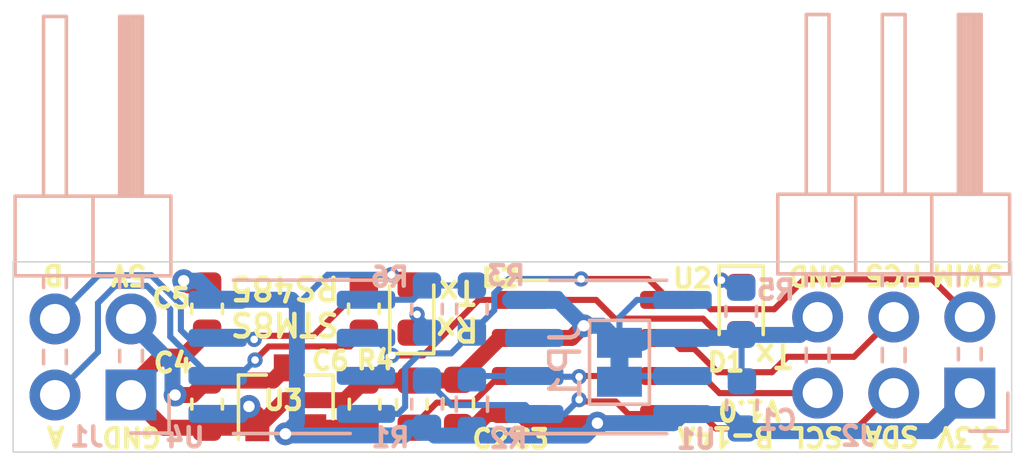
<source format=kicad_pcb>
(kicad_pcb (version 20171130) (host pcbnew "(5.1.5)-3")

  (general
    (thickness 1.6)
    (drawings 19)
    (tracks 219)
    (zones 0)
    (modules 21)
    (nets 17)
  )

  (page A4)
  (layers
    (0 F.Cu signal)
    (31 B.Cu signal)
    (32 B.Adhes user)
    (33 F.Adhes user)
    (34 B.Paste user)
    (35 F.Paste user)
    (36 B.SilkS user)
    (37 F.SilkS user)
    (38 B.Mask user)
    (39 F.Mask user)
    (40 Dwgs.User user)
    (41 Cmts.User user)
    (42 Eco1.User user)
    (43 Eco2.User user)
    (44 Edge.Cuts user)
    (45 Margin user)
    (46 B.CrtYd user)
    (47 F.CrtYd user)
    (48 B.Fab user hide)
    (49 F.Fab user hide)
  )

  (setup
    (last_trace_width 0.2032)
    (trace_clearance 0.1524)
    (zone_clearance 0.508)
    (zone_45_only no)
    (trace_min 0.1524)
    (via_size 0.508)
    (via_drill 0.254)
    (via_min_size 0.508)
    (via_min_drill 0.254)
    (uvia_size 0.3)
    (uvia_drill 0.1)
    (uvias_allowed no)
    (uvia_min_size 0.2)
    (uvia_min_drill 0.1)
    (edge_width 0.05)
    (segment_width 0.2)
    (pcb_text_width 0.3)
    (pcb_text_size 1.5 1.5)
    (mod_edge_width 0.12)
    (mod_text_size 1 1)
    (mod_text_width 0.15)
    (pad_size 1.524 1.524)
    (pad_drill 0.762)
    (pad_to_mask_clearance 0.051)
    (solder_mask_min_width 0.25)
    (aux_axis_origin 0 0)
    (visible_elements 7FFFFFFF)
    (pcbplotparams
      (layerselection 0x010fc_ffffffff)
      (usegerberextensions false)
      (usegerberattributes false)
      (usegerberadvancedattributes false)
      (creategerberjobfile false)
      (excludeedgelayer true)
      (linewidth 0.100000)
      (plotframeref false)
      (viasonmask false)
      (mode 1)
      (useauxorigin false)
      (hpglpennumber 1)
      (hpglpenspeed 20)
      (hpglpendiameter 15.000000)
      (psnegative false)
      (psa4output false)
      (plotreference true)
      (plotvalue true)
      (plotinvisibletext false)
      (padsonsilk false)
      (subtractmaskfromsilk false)
      (outputformat 1)
      (mirror false)
      (drillshape 1)
      (scaleselection 1)
      (outputdirectory ""))
  )

  (net 0 "")
  (net 1 +3V3)
  (net 2 GND)
  (net 3 "Net-(C2-Pad2)")
  (net 4 +5V)
  (net 5 /SDA)
  (net 6 /SCL)
  (net 7 /SWIM.TX)
  (net 8 /DIR.RX)
  (net 9 /A)
  (net 10 /B)
  (net 11 /PC5)
  (net 12 "Net-(D1-Pad1)")
  (net 13 "Net-(D2-Pad1)")
  (net 14 "Net-(U1-Pad3)")
  (net 15 "Net-(R3-Pad2)")
  (net 16 "Net-(JP1-Pad2)")

  (net_class Default "This is the default net class."
    (clearance 0.1524)
    (trace_width 0.2032)
    (via_dia 0.508)
    (via_drill 0.254)
    (uvia_dia 0.3)
    (uvia_drill 0.1)
    (add_net /A)
    (add_net /B)
    (add_net /DIR.RX)
    (add_net /PC5)
    (add_net /SCL)
    (add_net /SDA)
    (add_net /SWIM.TX)
    (add_net "Net-(C2-Pad2)")
    (add_net "Net-(D1-Pad1)")
    (add_net "Net-(D2-Pad1)")
    (add_net "Net-(JP1-Pad2)")
    (add_net "Net-(R3-Pad2)")
    (add_net "Net-(U1-Pad3)")
  )

  (net_class Power ""
    (clearance 0.1524)
    (trace_width 0.5334)
    (via_dia 0.762)
    (via_drill 0.381)
    (uvia_dia 0.3)
    (uvia_drill 0.1)
    (add_net +3V3)
    (add_net +5V)
    (add_net GND)
  )

  (module Resistor_SMD:R_0603_1608Metric (layer B.Cu) (tedit 5F68FEEE) (tstamp 601EEAF9)
    (at 160.4772 87.9348 90)
    (descr "Resistor SMD 0603 (1608 Metric), square (rectangular) end terminal, IPC_7351 nominal, (Body size source: IPC-SM-782 page 72, https://www.pcb-3d.com/wordpress/wp-content/uploads/ipc-sm-782a_amendment_1_and_2.pdf), generated with kicad-footprint-generator")
    (tags resistor)
    (path /5D6844C7)
    (attr smd)
    (fp_text reference R2 (at -1.143 1.2192 180) (layer B.SilkS)
      (effects (font (size 0.635 0.635) (thickness 0.15)) (justify mirror))
    )
    (fp_text value 4k7 (at 0 -1.43 90) (layer B.Fab)
      (effects (font (size 1 1) (thickness 0.15)) (justify mirror))
    )
    (fp_line (start 1.48 -0.73) (end -1.48 -0.73) (layer B.CrtYd) (width 0.05))
    (fp_line (start 1.48 0.73) (end 1.48 -0.73) (layer B.CrtYd) (width 0.05))
    (fp_line (start -1.48 0.73) (end 1.48 0.73) (layer B.CrtYd) (width 0.05))
    (fp_line (start -1.48 -0.73) (end -1.48 0.73) (layer B.CrtYd) (width 0.05))
    (fp_line (start -0.237258 -0.5225) (end 0.237258 -0.5225) (layer B.SilkS) (width 0.12))
    (fp_line (start -0.237258 0.5225) (end 0.237258 0.5225) (layer B.SilkS) (width 0.12))
    (fp_line (start 0.8 -0.4125) (end -0.8 -0.4125) (layer B.Fab) (width 0.1))
    (fp_line (start 0.8 0.4125) (end 0.8 -0.4125) (layer B.Fab) (width 0.1))
    (fp_line (start -0.8 0.4125) (end 0.8 0.4125) (layer B.Fab) (width 0.1))
    (fp_line (start -0.8 -0.4125) (end -0.8 0.4125) (layer B.Fab) (width 0.1))
    (fp_text user %R (at 0 0 90) (layer B.Fab)
      (effects (font (size 0.4 0.4) (thickness 0.06)) (justify mirror))
    )
    (pad 1 smd roundrect (at -0.825 0 90) (size 0.8 0.95) (layers B.Cu B.Paste B.Mask) (roundrect_rratio 0.25)
      (net 1 +3V3))
    (pad 2 smd roundrect (at 0.825 0 90) (size 0.8 0.95) (layers B.Cu B.Paste B.Mask) (roundrect_rratio 0.25)
      (net 6 /SCL))
    (model ${KISYS3DMOD}/Resistor_SMD.3dshapes/R_0603_1608Metric.wrl
      (at (xyz 0 0 0))
      (scale (xyz 1 1 1))
      (rotate (xyz 0 0 0))
    )
  )

  (module Jumper:SolderJumper-2_P1.3mm_Bridged_Pad1.0x1.5mm (layer B.Cu) (tedit 5C756AB2) (tstamp 601EDBE0)
    (at 165.4048 86.5378 270)
    (descr "SMD Solder Jumper, 1x1.5mm Pads, 0.3mm gap, bridged with 1 copper strip")
    (tags "solder jumper open")
    (path /6025CBCE)
    (attr virtual)
    (fp_text reference JP1 (at 0 1.8 270) (layer B.SilkS)
      (effects (font (size 1 1) (thickness 0.15)) (justify mirror))
    )
    (fp_text value A0 (at 0 -1.9 270) (layer B.Fab)
      (effects (font (size 1 1) (thickness 0.15)) (justify mirror))
    )
    (fp_line (start -1.4 -1) (end -1.4 1) (layer B.SilkS) (width 0.12))
    (fp_line (start 1.4 -1) (end -1.4 -1) (layer B.SilkS) (width 0.12))
    (fp_line (start 1.4 1) (end 1.4 -1) (layer B.SilkS) (width 0.12))
    (fp_line (start -1.4 1) (end 1.4 1) (layer B.SilkS) (width 0.12))
    (fp_line (start -1.65 1.25) (end 1.65 1.25) (layer B.CrtYd) (width 0.05))
    (fp_line (start -1.65 1.25) (end -1.65 -1.25) (layer B.CrtYd) (width 0.05))
    (fp_line (start 1.65 -1.25) (end 1.65 1.25) (layer B.CrtYd) (width 0.05))
    (fp_line (start 1.65 -1.25) (end -1.65 -1.25) (layer B.CrtYd) (width 0.05))
    (fp_poly (pts (xy -0.25 0.3) (xy 0.25 0.3) (xy 0.25 -0.3) (xy -0.25 -0.3)) (layer B.Cu) (width 0))
    (pad 2 smd rect (at 0.65 0 270) (size 1 1.5) (layers B.Cu B.Mask)
      (net 16 "Net-(JP1-Pad2)"))
    (pad 1 smd rect (at -0.65 0 270) (size 1 1.5) (layers B.Cu B.Mask)
      (net 2 GND))
  )

  (module Resistor_SMD:R_0603_1608Metric (layer B.Cu) (tedit 5B301BBD) (tstamp 5D699660)
    (at 158.9786 84.7599 90)
    (descr "Resistor SMD 0603 (1608 Metric), square (rectangular) end terminal, IPC_7351 nominal, (Body size source: http://www.tortai-tech.com/upload/download/2011102023233369053.pdf), generated with kicad-footprint-generator")
    (tags resistor)
    (path /5D6953AE)
    (attr smd)
    (fp_text reference R6 (at 1.0669 -1.2446 180) (layer B.SilkS)
      (effects (font (size 0.635 0.635) (thickness 0.1524)) (justify mirror))
    )
    (fp_text value 4k7 (at 0 -1.43 270) (layer B.Fab)
      (effects (font (size 1 1) (thickness 0.15)) (justify mirror))
    )
    (fp_line (start -0.8 -0.4) (end -0.8 0.4) (layer B.Fab) (width 0.1))
    (fp_line (start -0.8 0.4) (end 0.8 0.4) (layer B.Fab) (width 0.1))
    (fp_line (start 0.8 0.4) (end 0.8 -0.4) (layer B.Fab) (width 0.1))
    (fp_line (start 0.8 -0.4) (end -0.8 -0.4) (layer B.Fab) (width 0.1))
    (fp_line (start -0.162779 0.51) (end 0.162779 0.51) (layer B.SilkS) (width 0.12))
    (fp_line (start -0.162779 -0.51) (end 0.162779 -0.51) (layer B.SilkS) (width 0.12))
    (fp_line (start -1.48 -0.73) (end -1.48 0.73) (layer B.CrtYd) (width 0.05))
    (fp_line (start -1.48 0.73) (end 1.48 0.73) (layer B.CrtYd) (width 0.05))
    (fp_line (start 1.48 0.73) (end 1.48 -0.73) (layer B.CrtYd) (width 0.05))
    (fp_line (start 1.48 -0.73) (end -1.48 -0.73) (layer B.CrtYd) (width 0.05))
    (fp_text user %R (at 0 0 270) (layer B.Fab)
      (effects (font (size 0.4 0.4) (thickness 0.06)) (justify mirror))
    )
    (pad 2 smd roundrect (at 0.7875 0 90) (size 0.875 0.95) (layers B.Cu B.Paste B.Mask) (roundrect_rratio 0.25)
      (net 15 "Net-(R3-Pad2)"))
    (pad 1 smd roundrect (at -0.7875 0 90) (size 0.875 0.95) (layers B.Cu B.Paste B.Mask) (roundrect_rratio 0.25)
      (net 13 "Net-(D2-Pad1)"))
    (model ${KISYS3DMOD}/Resistor_SMD.3dshapes/R_0603_1608Metric.wrl
      (at (xyz 0 0 0))
      (scale (xyz 1 1 1))
      (rotate (xyz 0 0 0))
    )
  )

  (module Connector_PinHeader_2.54mm:PinHeader_2x02_P2.54mm_Horizontal (layer B.Cu) (tedit 59FED5CB) (tstamp 5DA359EE)
    (at 149.098 87.63 90)
    (descr "Through hole angled pin header, 2x02, 2.54mm pitch, 6mm pin length, double rows")
    (tags "Through hole angled pin header THT 2x02 2.54mm double row")
    (path /5D6881F7)
    (fp_text reference J1 (at -1.397 -1.4732 180) (layer B.SilkS)
      (effects (font (size 0.635 0.635) (thickness 0.15)) (justify mirror))
    )
    (fp_text value Conn_02x02_Odd_Even (at 5.655 -4.81 90) (layer B.Fab)
      (effects (font (size 1 1) (thickness 0.15)) (justify mirror))
    )
    (fp_line (start 4.675 1.27) (end 6.58 1.27) (layer B.Fab) (width 0.1))
    (fp_line (start 6.58 1.27) (end 6.58 -3.81) (layer B.Fab) (width 0.1))
    (fp_line (start 6.58 -3.81) (end 4.04 -3.81) (layer B.Fab) (width 0.1))
    (fp_line (start 4.04 -3.81) (end 4.04 0.635) (layer B.Fab) (width 0.1))
    (fp_line (start 4.04 0.635) (end 4.675 1.27) (layer B.Fab) (width 0.1))
    (fp_line (start -0.32 0.32) (end 4.04 0.32) (layer B.Fab) (width 0.1))
    (fp_line (start -0.32 0.32) (end -0.32 -0.32) (layer B.Fab) (width 0.1))
    (fp_line (start -0.32 -0.32) (end 4.04 -0.32) (layer B.Fab) (width 0.1))
    (fp_line (start 6.58 0.32) (end 12.58 0.32) (layer B.Fab) (width 0.1))
    (fp_line (start 12.58 0.32) (end 12.58 -0.32) (layer B.Fab) (width 0.1))
    (fp_line (start 6.58 -0.32) (end 12.58 -0.32) (layer B.Fab) (width 0.1))
    (fp_line (start -0.32 -2.22) (end 4.04 -2.22) (layer B.Fab) (width 0.1))
    (fp_line (start -0.32 -2.22) (end -0.32 -2.86) (layer B.Fab) (width 0.1))
    (fp_line (start -0.32 -2.86) (end 4.04 -2.86) (layer B.Fab) (width 0.1))
    (fp_line (start 6.58 -2.22) (end 12.58 -2.22) (layer B.Fab) (width 0.1))
    (fp_line (start 12.58 -2.22) (end 12.58 -2.86) (layer B.Fab) (width 0.1))
    (fp_line (start 6.58 -2.86) (end 12.58 -2.86) (layer B.Fab) (width 0.1))
    (fp_line (start 3.98 1.33) (end 3.98 -3.87) (layer B.SilkS) (width 0.12))
    (fp_line (start 3.98 -3.87) (end 6.64 -3.87) (layer B.SilkS) (width 0.12))
    (fp_line (start 6.64 -3.87) (end 6.64 1.33) (layer B.SilkS) (width 0.12))
    (fp_line (start 6.64 1.33) (end 3.98 1.33) (layer B.SilkS) (width 0.12))
    (fp_line (start 6.64 0.38) (end 12.64 0.38) (layer B.SilkS) (width 0.12))
    (fp_line (start 12.64 0.38) (end 12.64 -0.38) (layer B.SilkS) (width 0.12))
    (fp_line (start 12.64 -0.38) (end 6.64 -0.38) (layer B.SilkS) (width 0.12))
    (fp_line (start 6.64 0.32) (end 12.64 0.32) (layer B.SilkS) (width 0.12))
    (fp_line (start 6.64 0.2) (end 12.64 0.2) (layer B.SilkS) (width 0.12))
    (fp_line (start 6.64 0.08) (end 12.64 0.08) (layer B.SilkS) (width 0.12))
    (fp_line (start 6.64 -0.04) (end 12.64 -0.04) (layer B.SilkS) (width 0.12))
    (fp_line (start 6.64 -0.16) (end 12.64 -0.16) (layer B.SilkS) (width 0.12))
    (fp_line (start 6.64 -0.28) (end 12.64 -0.28) (layer B.SilkS) (width 0.12))
    (fp_line (start 3.582929 0.38) (end 3.98 0.38) (layer B.SilkS) (width 0.12))
    (fp_line (start 3.582929 -0.38) (end 3.98 -0.38) (layer B.SilkS) (width 0.12))
    (fp_line (start 1.11 0.38) (end 1.497071 0.38) (layer B.SilkS) (width 0.12))
    (fp_line (start 1.11 -0.38) (end 1.497071 -0.38) (layer B.SilkS) (width 0.12))
    (fp_line (start 3.98 -1.27) (end 6.64 -1.27) (layer B.SilkS) (width 0.12))
    (fp_line (start 6.64 -2.16) (end 12.64 -2.16) (layer B.SilkS) (width 0.12))
    (fp_line (start 12.64 -2.16) (end 12.64 -2.92) (layer B.SilkS) (width 0.12))
    (fp_line (start 12.64 -2.92) (end 6.64 -2.92) (layer B.SilkS) (width 0.12))
    (fp_line (start 3.582929 -2.16) (end 3.98 -2.16) (layer B.SilkS) (width 0.12))
    (fp_line (start 3.582929 -2.92) (end 3.98 -2.92) (layer B.SilkS) (width 0.12))
    (fp_line (start 1.042929 -2.16) (end 1.497071 -2.16) (layer B.SilkS) (width 0.12))
    (fp_line (start 1.042929 -2.92) (end 1.497071 -2.92) (layer B.SilkS) (width 0.12))
    (fp_line (start -1.27 0) (end -1.27 1.27) (layer B.SilkS) (width 0.12))
    (fp_line (start -1.27 1.27) (end 0 1.27) (layer B.SilkS) (width 0.12))
    (fp_line (start -1.8 1.8) (end -1.8 -4.35) (layer B.CrtYd) (width 0.05))
    (fp_line (start -1.8 -4.35) (end 13.1 -4.35) (layer B.CrtYd) (width 0.05))
    (fp_line (start 13.1 -4.35) (end 13.1 1.8) (layer B.CrtYd) (width 0.05))
    (fp_line (start 13.1 1.8) (end -1.8 1.8) (layer B.CrtYd) (width 0.05))
    (fp_text user %R (at 5.31 -1.27 180) (layer B.Fab)
      (effects (font (size 1 1) (thickness 0.15)) (justify mirror))
    )
    (pad 4 thru_hole oval (at 2.54 -2.54 90) (size 1.7 1.7) (drill 1) (layers *.Cu *.Mask)
      (net 10 /B))
    (pad 3 thru_hole oval (at 0 -2.54 90) (size 1.7 1.7) (drill 1) (layers *.Cu *.Mask)
      (net 9 /A))
    (pad 2 thru_hole oval (at 2.54 0 90) (size 1.7 1.7) (drill 1) (layers *.Cu *.Mask)
      (net 4 +5V))
    (pad 1 thru_hole rect (at 0 0 90) (size 1.7 1.7) (drill 1) (layers *.Cu *.Mask)
      (net 2 GND))
    (model ${KISYS3DMOD}/Connector_PinHeader_2.54mm.3dshapes/PinHeader_2x02_P2.54mm_Horizontal.wrl
      (at (xyz 0 0 0))
      (scale (xyz 1 1 1))
      (rotate (xyz 0 0 0))
    )
  )

  (module Package_SO:SOIC-8_3.9x4.9mm_P1.27mm (layer B.Cu) (tedit 5C97300E) (tstamp 5D6977FF)
    (at 154.46652 86.35492 180)
    (descr "SOIC, 8 Pin (JEDEC MS-012AA, https://www.analog.com/media/en/package-pcb-resources/package/pkg_pdf/soic_narrow-r/r_8.pdf), generated with kicad-footprint-generator ipc_gullwing_generator.py")
    (tags "SOIC SO")
    (path /5D62D5CA)
    (attr smd)
    (fp_text reference U4 (at 3.56512 -2.69748) (layer B.SilkS)
      (effects (font (size 0.635 0.635) (thickness 0.1524)) (justify mirror))
    )
    (fp_text value SP3485CN (at 0 -3.4) (layer B.Fab)
      (effects (font (size 1 1) (thickness 0.15)) (justify mirror))
    )
    (fp_line (start 0 -2.56) (end 1.95 -2.56) (layer B.SilkS) (width 0.12))
    (fp_line (start 0 -2.56) (end -1.95 -2.56) (layer B.SilkS) (width 0.12))
    (fp_line (start 0 2.56) (end 1.95 2.56) (layer B.SilkS) (width 0.12))
    (fp_line (start 0 2.56) (end -3.45 2.56) (layer B.SilkS) (width 0.12))
    (fp_line (start -0.975 2.45) (end 1.95 2.45) (layer B.Fab) (width 0.1))
    (fp_line (start 1.95 2.45) (end 1.95 -2.45) (layer B.Fab) (width 0.1))
    (fp_line (start 1.95 -2.45) (end -1.95 -2.45) (layer B.Fab) (width 0.1))
    (fp_line (start -1.95 -2.45) (end -1.95 1.475) (layer B.Fab) (width 0.1))
    (fp_line (start -1.95 1.475) (end -0.975 2.45) (layer B.Fab) (width 0.1))
    (fp_line (start -3.7 2.7) (end -3.7 -2.7) (layer B.CrtYd) (width 0.05))
    (fp_line (start -3.7 -2.7) (end 3.7 -2.7) (layer B.CrtYd) (width 0.05))
    (fp_line (start 3.7 -2.7) (end 3.7 2.7) (layer B.CrtYd) (width 0.05))
    (fp_line (start 3.7 2.7) (end -3.7 2.7) (layer B.CrtYd) (width 0.05))
    (fp_text user %R (at 0 0) (layer B.Fab)
      (effects (font (size 0.98 0.98) (thickness 0.15)) (justify mirror))
    )
    (pad 8 smd roundrect (at 2.475 1.905 180) (size 1.95 0.6) (layers B.Cu B.Paste B.Mask) (roundrect_rratio 0.25)
      (net 1 +3V3))
    (pad 7 smd roundrect (at 2.475 0.635 180) (size 1.95 0.6) (layers B.Cu B.Paste B.Mask) (roundrect_rratio 0.25)
      (net 10 /B))
    (pad 6 smd roundrect (at 2.475 -0.635 180) (size 1.95 0.6) (layers B.Cu B.Paste B.Mask) (roundrect_rratio 0.25)
      (net 9 /A))
    (pad 5 smd roundrect (at 2.475 -1.905 180) (size 1.95 0.6) (layers B.Cu B.Paste B.Mask) (roundrect_rratio 0.25)
      (net 2 GND))
    (pad 4 smd roundrect (at -2.475 -1.905 180) (size 1.95 0.6) (layers B.Cu B.Paste B.Mask) (roundrect_rratio 0.25)
      (net 7 /SWIM.TX))
    (pad 3 smd roundrect (at -2.475 -0.635 180) (size 1.95 0.6) (layers B.Cu B.Paste B.Mask) (roundrect_rratio 0.25)
      (net 8 /DIR.RX))
    (pad 2 smd roundrect (at -2.475 0.635 180) (size 1.95 0.6) (layers B.Cu B.Paste B.Mask) (roundrect_rratio 0.25)
      (net 8 /DIR.RX))
    (pad 1 smd roundrect (at -2.475 1.905 180) (size 1.95 0.6) (layers B.Cu B.Paste B.Mask) (roundrect_rratio 0.25)
      (net 15 "Net-(R3-Pad2)"))
    (model ${KISYS3DMOD}/Package_SO.3dshapes/SOIC-8_3.9x4.9mm_P1.27mm.wrl
      (at (xyz 0 0 0))
      (scale (xyz 1 1 1))
      (rotate (xyz 0 0 0))
    )
  )

  (module Capacitor_SMD:C_0603_1608Metric (layer F.Cu) (tedit 5B301BBE) (tstamp 5D9D65C6)
    (at 158.4706 87.9347 270)
    (descr "Capacitor SMD 0603 (1608 Metric), square (rectangular) end terminal, IPC_7351 nominal, (Body size source: http://www.tortai-tech.com/upload/download/2011102023233369053.pdf), generated with kicad-footprint-generator")
    (tags capacitor)
    (path /5D6268DD)
    (attr smd)
    (fp_text reference C2 (at 1.1685 -2.6416) (layer F.SilkS)
      (effects (font (size 0.6096 0.6096) (thickness 0.1524)))
    )
    (fp_text value 1uF (at 0 1.43 90) (layer F.Fab)
      (effects (font (size 1 1) (thickness 0.15)))
    )
    (fp_line (start -0.8 0.4) (end -0.8 -0.4) (layer F.Fab) (width 0.1))
    (fp_line (start -0.8 -0.4) (end 0.8 -0.4) (layer F.Fab) (width 0.1))
    (fp_line (start 0.8 -0.4) (end 0.8 0.4) (layer F.Fab) (width 0.1))
    (fp_line (start 0.8 0.4) (end -0.8 0.4) (layer F.Fab) (width 0.1))
    (fp_line (start -0.162779 -0.51) (end 0.162779 -0.51) (layer F.SilkS) (width 0.12))
    (fp_line (start -0.162779 0.51) (end 0.162779 0.51) (layer F.SilkS) (width 0.12))
    (fp_line (start -1.48 0.73) (end -1.48 -0.73) (layer F.CrtYd) (width 0.05))
    (fp_line (start -1.48 -0.73) (end 1.48 -0.73) (layer F.CrtYd) (width 0.05))
    (fp_line (start 1.48 -0.73) (end 1.48 0.73) (layer F.CrtYd) (width 0.05))
    (fp_line (start 1.48 0.73) (end -1.48 0.73) (layer F.CrtYd) (width 0.05))
    (fp_text user %R (at 0 0 90) (layer F.Fab)
      (effects (font (size 0.4 0.4) (thickness 0.06)))
    )
    (pad 2 smd roundrect (at 0.7875 0 270) (size 0.875 0.95) (layers F.Cu F.Paste F.Mask) (roundrect_rratio 0.25)
      (net 3 "Net-(C2-Pad2)"))
    (pad 1 smd roundrect (at -0.7875 0 270) (size 0.875 0.95) (layers F.Cu F.Paste F.Mask) (roundrect_rratio 0.25)
      (net 2 GND))
    (model ${KISYS3DMOD}/Capacitor_SMD.3dshapes/C_0603_1608Metric.wrl
      (at (xyz 0 0 0))
      (scale (xyz 1 1 1))
      (rotate (xyz 0 0 0))
    )
  )

  (module Package_SO:SOIC-8_3.9x4.9mm_P1.27mm (layer B.Cu) (tedit 5C97300E) (tstamp 5D699E82)
    (at 165.035 86.36)
    (descr "SOIC, 8 Pin (JEDEC MS-012AA, https://www.analog.com/media/en/package-pcb-resources/package/pkg_pdf/soic_narrow-r/r_8.pdf), generated with kicad-footprint-generator ipc_gullwing_generator.py")
    (tags "SOIC SO")
    (path /5D664B0F)
    (attr smd)
    (fp_text reference U1 (at 2.9352 2.7432 180) (layer B.SilkS)
      (effects (font (size 0.635 0.635) (thickness 0.1524)) (justify mirror))
    )
    (fp_text value DS1621S (at 0 -3.4) (layer B.Fab)
      (effects (font (size 1 1) (thickness 0.15)) (justify mirror))
    )
    (fp_line (start 3.7 2.7) (end -3.7 2.7) (layer B.CrtYd) (width 0.05))
    (fp_line (start 3.7 -2.7) (end 3.7 2.7) (layer B.CrtYd) (width 0.05))
    (fp_line (start -3.7 -2.7) (end 3.7 -2.7) (layer B.CrtYd) (width 0.05))
    (fp_line (start -3.7 2.7) (end -3.7 -2.7) (layer B.CrtYd) (width 0.05))
    (fp_line (start -1.95 1.475) (end -0.975 2.45) (layer B.Fab) (width 0.1))
    (fp_line (start -1.95 -2.45) (end -1.95 1.475) (layer B.Fab) (width 0.1))
    (fp_line (start 1.95 -2.45) (end -1.95 -2.45) (layer B.Fab) (width 0.1))
    (fp_line (start 1.95 2.45) (end 1.95 -2.45) (layer B.Fab) (width 0.1))
    (fp_line (start -0.975 2.45) (end 1.95 2.45) (layer B.Fab) (width 0.1))
    (fp_line (start 0 2.56) (end -3.45 2.56) (layer B.SilkS) (width 0.12))
    (fp_line (start 0 2.56) (end 1.95 2.56) (layer B.SilkS) (width 0.12))
    (fp_line (start 0 -2.56) (end -1.95 -2.56) (layer B.SilkS) (width 0.12))
    (fp_line (start 0 -2.56) (end 1.95 -2.56) (layer B.SilkS) (width 0.12))
    (fp_text user %R (at 0 0) (layer B.Fab)
      (effects (font (size 0.98 0.98) (thickness 0.15)) (justify mirror))
    )
    (pad 1 smd roundrect (at -2.475 1.905) (size 1.95 0.6) (layers B.Cu B.Paste B.Mask) (roundrect_rratio 0.25)
      (net 5 /SDA))
    (pad 2 smd roundrect (at -2.475 0.635) (size 1.95 0.6) (layers B.Cu B.Paste B.Mask) (roundrect_rratio 0.25)
      (net 6 /SCL))
    (pad 3 smd roundrect (at -2.475 -0.635) (size 1.95 0.6) (layers B.Cu B.Paste B.Mask) (roundrect_rratio 0.25)
      (net 14 "Net-(U1-Pad3)"))
    (pad 4 smd roundrect (at -2.475 -1.905) (size 1.95 0.6) (layers B.Cu B.Paste B.Mask) (roundrect_rratio 0.25)
      (net 2 GND))
    (pad 5 smd roundrect (at 2.475 -1.905) (size 1.95 0.6) (layers B.Cu B.Paste B.Mask) (roundrect_rratio 0.25)
      (net 2 GND))
    (pad 6 smd roundrect (at 2.475 -0.635) (size 1.95 0.6) (layers B.Cu B.Paste B.Mask) (roundrect_rratio 0.25)
      (net 2 GND))
    (pad 7 smd roundrect (at 2.475 0.635) (size 1.95 0.6) (layers B.Cu B.Paste B.Mask) (roundrect_rratio 0.25)
      (net 16 "Net-(JP1-Pad2)"))
    (pad 8 smd roundrect (at 2.475 1.905) (size 1.95 0.6) (layers B.Cu B.Paste B.Mask) (roundrect_rratio 0.25)
      (net 1 +3V3))
    (model ${KISYS3DMOD}/Package_SO.3dshapes/SOIC-8_3.9x4.9mm_P1.27mm.wrl
      (at (xyz 0 0 0))
      (scale (xyz 1 1 1))
      (rotate (xyz 0 0 0))
    )
  )

  (module LED_SMD:LED_0603_1608Metric (layer F.Cu) (tedit 5B301BBE) (tstamp 5DA303F2)
    (at 158.4706 84.7599 90)
    (descr "LED SMD 0603 (1608 Metric), square (rectangular) end terminal, IPC_7351 nominal, (Body size source: http://www.tortai-tech.com/upload/download/2011102023233369053.pdf), generated with kicad-footprint-generator")
    (tags diode)
    (path /5D695653)
    (attr smd)
    (fp_text reference D2 (at 1.0415 2.9464) (layer F.SilkS)
      (effects (font (size 0.6096 0.6096) (thickness 0.1524)))
    )
    (fp_text value "LED green" (at 0 1.43 90) (layer F.Fab)
      (effects (font (size 1 1) (thickness 0.15)))
    )
    (fp_line (start 1.48 0.73) (end -1.48 0.73) (layer F.CrtYd) (width 0.05))
    (fp_line (start 1.48 -0.73) (end 1.48 0.73) (layer F.CrtYd) (width 0.05))
    (fp_line (start -1.48 -0.73) (end 1.48 -0.73) (layer F.CrtYd) (width 0.05))
    (fp_line (start -1.48 0.73) (end -1.48 -0.73) (layer F.CrtYd) (width 0.05))
    (fp_line (start -1.485 0.735) (end 0.8 0.735) (layer F.SilkS) (width 0.12))
    (fp_line (start -1.485 -0.735) (end -1.485 0.735) (layer F.SilkS) (width 0.12))
    (fp_line (start 0.8 -0.735) (end -1.485 -0.735) (layer F.SilkS) (width 0.12))
    (fp_line (start 0.8 0.4) (end 0.8 -0.4) (layer F.Fab) (width 0.1))
    (fp_line (start -0.8 0.4) (end 0.8 0.4) (layer F.Fab) (width 0.1))
    (fp_line (start -0.8 -0.1) (end -0.8 0.4) (layer F.Fab) (width 0.1))
    (fp_line (start -0.5 -0.4) (end -0.8 -0.1) (layer F.Fab) (width 0.1))
    (fp_line (start 0.8 -0.4) (end -0.5 -0.4) (layer F.Fab) (width 0.1))
    (fp_text user %R (at 0 0 90) (layer F.Fab)
      (effects (font (size 0.4 0.4) (thickness 0.06)))
    )
    (pad 1 smd roundrect (at -0.7875 0 90) (size 0.875 0.95) (layers F.Cu F.Paste F.Mask) (roundrect_rratio 0.25)
      (net 13 "Net-(D2-Pad1)"))
    (pad 2 smd roundrect (at 0.7875 0 90) (size 0.875 0.95) (layers F.Cu F.Paste F.Mask) (roundrect_rratio 0.25)
      (net 1 +3V3))
    (model ${KISYS3DMOD}/LED_SMD.3dshapes/LED_0603_1608Metric.wrl
      (at (xyz 0 0 0))
      (scale (xyz 1 1 1))
      (rotate (xyz 0 0 0))
    )
  )

  (module Capacitor_SMD:C_0603_1608Metric (layer F.Cu) (tedit 5B301BBE) (tstamp 5D69747F)
    (at 151.638 84.7598 90)
    (descr "Capacitor SMD 0603 (1608 Metric), square (rectangular) end terminal, IPC_7351 nominal, (Body size source: http://www.tortai-tech.com/upload/download/2011102023233369053.pdf), generated with kicad-footprint-generator")
    (tags capacitor)
    (path /5D681791)
    (attr smd)
    (fp_text reference C5 (at 0.3556 -1.1938) (layer F.SilkS)
      (effects (font (size 0.635 0.635) (thickness 0.1524)))
    )
    (fp_text value 100nF (at 0 1.43 270) (layer F.Fab)
      (effects (font (size 1 1) (thickness 0.15)))
    )
    (fp_line (start -0.8 0.4) (end -0.8 -0.4) (layer F.Fab) (width 0.1))
    (fp_line (start -0.8 -0.4) (end 0.8 -0.4) (layer F.Fab) (width 0.1))
    (fp_line (start 0.8 -0.4) (end 0.8 0.4) (layer F.Fab) (width 0.1))
    (fp_line (start 0.8 0.4) (end -0.8 0.4) (layer F.Fab) (width 0.1))
    (fp_line (start -0.162779 -0.51) (end 0.162779 -0.51) (layer F.SilkS) (width 0.12))
    (fp_line (start -0.162779 0.51) (end 0.162779 0.51) (layer F.SilkS) (width 0.12))
    (fp_line (start -1.48 0.73) (end -1.48 -0.73) (layer F.CrtYd) (width 0.05))
    (fp_line (start -1.48 -0.73) (end 1.48 -0.73) (layer F.CrtYd) (width 0.05))
    (fp_line (start 1.48 -0.73) (end 1.48 0.73) (layer F.CrtYd) (width 0.05))
    (fp_line (start 1.48 0.73) (end -1.48 0.73) (layer F.CrtYd) (width 0.05))
    (fp_text user %R (at 0 0 270) (layer F.Fab)
      (effects (font (size 0.4 0.4) (thickness 0.06)))
    )
    (pad 2 smd roundrect (at 0.7875 0 90) (size 0.875 0.95) (layers F.Cu F.Paste F.Mask) (roundrect_rratio 0.25)
      (net 1 +3V3))
    (pad 1 smd roundrect (at -0.7875 0 90) (size 0.875 0.95) (layers F.Cu F.Paste F.Mask) (roundrect_rratio 0.25)
      (net 2 GND))
    (model ${KISYS3DMOD}/Capacitor_SMD.3dshapes/C_0603_1608Metric.wrl
      (at (xyz 0 0 0))
      (scale (xyz 1 1 1))
      (rotate (xyz 0 0 0))
    )
  )

  (module Resistor_SMD:R_0603_1608Metric (layer B.Cu) (tedit 5B301BBD) (tstamp 5D660948)
    (at 169.4688 84.8361 270)
    (descr "Resistor SMD 0603 (1608 Metric), square (rectangular) end terminal, IPC_7351 nominal, (Body size source: http://www.tortai-tech.com/upload/download/2011102023233369053.pdf), generated with kicad-footprint-generator")
    (tags resistor)
    (path /5D66386C)
    (attr smd)
    (fp_text reference R5 (at -0.7112 -1.1557) (layer B.SilkS)
      (effects (font (size 0.635 0.635) (thickness 0.1524)) (justify mirror))
    )
    (fp_text value 4k7 (at 0 -1.43 270) (layer B.Fab)
      (effects (font (size 1 1) (thickness 0.15)) (justify mirror))
    )
    (fp_line (start -0.8 -0.4) (end -0.8 0.4) (layer B.Fab) (width 0.1))
    (fp_line (start -0.8 0.4) (end 0.8 0.4) (layer B.Fab) (width 0.1))
    (fp_line (start 0.8 0.4) (end 0.8 -0.4) (layer B.Fab) (width 0.1))
    (fp_line (start 0.8 -0.4) (end -0.8 -0.4) (layer B.Fab) (width 0.1))
    (fp_line (start -0.162779 0.51) (end 0.162779 0.51) (layer B.SilkS) (width 0.12))
    (fp_line (start -0.162779 -0.51) (end 0.162779 -0.51) (layer B.SilkS) (width 0.12))
    (fp_line (start -1.48 -0.73) (end -1.48 0.73) (layer B.CrtYd) (width 0.05))
    (fp_line (start -1.48 0.73) (end 1.48 0.73) (layer B.CrtYd) (width 0.05))
    (fp_line (start 1.48 0.73) (end 1.48 -0.73) (layer B.CrtYd) (width 0.05))
    (fp_line (start 1.48 -0.73) (end -1.48 -0.73) (layer B.CrtYd) (width 0.05))
    (fp_text user %R (at 0 0 270) (layer B.Fab)
      (effects (font (size 0.4 0.4) (thickness 0.06)) (justify mirror))
    )
    (pad 2 smd roundrect (at 0.7875 0 270) (size 0.875 0.95) (layers B.Cu B.Paste B.Mask) (roundrect_rratio 0.25)
      (net 2 GND))
    (pad 1 smd roundrect (at -0.7875 0 270) (size 0.875 0.95) (layers B.Cu B.Paste B.Mask) (roundrect_rratio 0.25)
      (net 12 "Net-(D1-Pad1)"))
    (model ${KISYS3DMOD}/Resistor_SMD.3dshapes/R_0603_1608Metric.wrl
      (at (xyz 0 0 0))
      (scale (xyz 1 1 1))
      (rotate (xyz 0 0 0))
    )
  )

  (module LED_SMD:LED_0603_1608Metric (layer F.Cu) (tedit 5B301BBE) (tstamp 5DA0F3A9)
    (at 169.4688 84.8106 270)
    (descr "LED SMD 0603 (1608 Metric), square (rectangular) end terminal, IPC_7351 nominal, (Body size source: http://www.tortai-tech.com/upload/download/2011102023233369053.pdf), generated with kicad-footprint-generator")
    (tags diode)
    (path /5D66205C)
    (attr smd)
    (fp_text reference D1 (at 1.7272 0.508 180) (layer F.SilkS)
      (effects (font (size 0.6096 0.6096) (thickness 0.1524)))
    )
    (fp_text value "LED red" (at 0 1.43 90) (layer F.Fab)
      (effects (font (size 1 1) (thickness 0.15)))
    )
    (fp_line (start 0.8 -0.4) (end -0.5 -0.4) (layer F.Fab) (width 0.1))
    (fp_line (start -0.5 -0.4) (end -0.8 -0.1) (layer F.Fab) (width 0.1))
    (fp_line (start -0.8 -0.1) (end -0.8 0.4) (layer F.Fab) (width 0.1))
    (fp_line (start -0.8 0.4) (end 0.8 0.4) (layer F.Fab) (width 0.1))
    (fp_line (start 0.8 0.4) (end 0.8 -0.4) (layer F.Fab) (width 0.1))
    (fp_line (start 0.8 -0.735) (end -1.485 -0.735) (layer F.SilkS) (width 0.12))
    (fp_line (start -1.485 -0.735) (end -1.485 0.735) (layer F.SilkS) (width 0.12))
    (fp_line (start -1.485 0.735) (end 0.8 0.735) (layer F.SilkS) (width 0.12))
    (fp_line (start -1.48 0.73) (end -1.48 -0.73) (layer F.CrtYd) (width 0.05))
    (fp_line (start -1.48 -0.73) (end 1.48 -0.73) (layer F.CrtYd) (width 0.05))
    (fp_line (start 1.48 -0.73) (end 1.48 0.73) (layer F.CrtYd) (width 0.05))
    (fp_line (start 1.48 0.73) (end -1.48 0.73) (layer F.CrtYd) (width 0.05))
    (fp_text user %R (at 0 0 90) (layer F.Fab)
      (effects (font (size 0.4 0.4) (thickness 0.06)))
    )
    (pad 2 smd roundrect (at 0.7875 0 270) (size 0.875 0.95) (layers F.Cu F.Paste F.Mask) (roundrect_rratio 0.25)
      (net 8 /DIR.RX))
    (pad 1 smd roundrect (at -0.7875 0 270) (size 0.875 0.95) (layers F.Cu F.Paste F.Mask) (roundrect_rratio 0.25)
      (net 12 "Net-(D1-Pad1)"))
    (model ${KISYS3DMOD}/LED_SMD.3dshapes/LED_0603_1608Metric.wrl
      (at (xyz 0 0 0))
      (scale (xyz 1 1 1))
      (rotate (xyz 0 0 0))
    )
  )

  (module Connector_PinHeader_2.54mm:PinHeader_2x03_P2.54mm_Horizontal (layer B.Cu) (tedit 59FED5CB) (tstamp 5D659CD9)
    (at 177.1015 87.5665 90)
    (descr "Through hole angled pin header, 2x03, 2.54mm pitch, 6mm pin length, double rows")
    (tags "Through hole angled pin header THT 2x03 2.54mm double row")
    (path /5D65F106)
    (fp_text reference J2 (at -1.4351 -3.7465) (layer B.SilkS)
      (effects (font (size 0.635 0.635) (thickness 0.15)) (justify mirror))
    )
    (fp_text value Conn_02x03_Counter_Clockwise (at 5.655 -7.35 90) (layer B.Fab)
      (effects (font (size 1 1) (thickness 0.15)) (justify mirror))
    )
    (fp_line (start 4.675 1.27) (end 6.58 1.27) (layer B.Fab) (width 0.1))
    (fp_line (start 6.58 1.27) (end 6.58 -6.35) (layer B.Fab) (width 0.1))
    (fp_line (start 6.58 -6.35) (end 4.04 -6.35) (layer B.Fab) (width 0.1))
    (fp_line (start 4.04 -6.35) (end 4.04 0.635) (layer B.Fab) (width 0.1))
    (fp_line (start 4.04 0.635) (end 4.675 1.27) (layer B.Fab) (width 0.1))
    (fp_line (start -0.32 0.32) (end 4.04 0.32) (layer B.Fab) (width 0.1))
    (fp_line (start -0.32 0.32) (end -0.32 -0.32) (layer B.Fab) (width 0.1))
    (fp_line (start -0.32 -0.32) (end 4.04 -0.32) (layer B.Fab) (width 0.1))
    (fp_line (start 6.58 0.32) (end 12.58 0.32) (layer B.Fab) (width 0.1))
    (fp_line (start 12.58 0.32) (end 12.58 -0.32) (layer B.Fab) (width 0.1))
    (fp_line (start 6.58 -0.32) (end 12.58 -0.32) (layer B.Fab) (width 0.1))
    (fp_line (start -0.32 -2.22) (end 4.04 -2.22) (layer B.Fab) (width 0.1))
    (fp_line (start -0.32 -2.22) (end -0.32 -2.86) (layer B.Fab) (width 0.1))
    (fp_line (start -0.32 -2.86) (end 4.04 -2.86) (layer B.Fab) (width 0.1))
    (fp_line (start 6.58 -2.22) (end 12.58 -2.22) (layer B.Fab) (width 0.1))
    (fp_line (start 12.58 -2.22) (end 12.58 -2.86) (layer B.Fab) (width 0.1))
    (fp_line (start 6.58 -2.86) (end 12.58 -2.86) (layer B.Fab) (width 0.1))
    (fp_line (start -0.32 -4.76) (end 4.04 -4.76) (layer B.Fab) (width 0.1))
    (fp_line (start -0.32 -4.76) (end -0.32 -5.4) (layer B.Fab) (width 0.1))
    (fp_line (start -0.32 -5.4) (end 4.04 -5.4) (layer B.Fab) (width 0.1))
    (fp_line (start 6.58 -4.76) (end 12.58 -4.76) (layer B.Fab) (width 0.1))
    (fp_line (start 12.58 -4.76) (end 12.58 -5.4) (layer B.Fab) (width 0.1))
    (fp_line (start 6.58 -5.4) (end 12.58 -5.4) (layer B.Fab) (width 0.1))
    (fp_line (start 3.98 1.33) (end 3.98 -6.41) (layer B.SilkS) (width 0.12))
    (fp_line (start 3.98 -6.41) (end 6.64 -6.41) (layer B.SilkS) (width 0.12))
    (fp_line (start 6.64 -6.41) (end 6.64 1.33) (layer B.SilkS) (width 0.12))
    (fp_line (start 6.64 1.33) (end 3.98 1.33) (layer B.SilkS) (width 0.12))
    (fp_line (start 6.64 0.38) (end 12.64 0.38) (layer B.SilkS) (width 0.12))
    (fp_line (start 12.64 0.38) (end 12.64 -0.38) (layer B.SilkS) (width 0.12))
    (fp_line (start 12.64 -0.38) (end 6.64 -0.38) (layer B.SilkS) (width 0.12))
    (fp_line (start 6.64 0.32) (end 12.64 0.32) (layer B.SilkS) (width 0.12))
    (fp_line (start 6.64 0.2) (end 12.64 0.2) (layer B.SilkS) (width 0.12))
    (fp_line (start 6.64 0.08) (end 12.64 0.08) (layer B.SilkS) (width 0.12))
    (fp_line (start 6.64 -0.04) (end 12.64 -0.04) (layer B.SilkS) (width 0.12))
    (fp_line (start 6.64 -0.16) (end 12.64 -0.16) (layer B.SilkS) (width 0.12))
    (fp_line (start 6.64 -0.28) (end 12.64 -0.28) (layer B.SilkS) (width 0.12))
    (fp_line (start 3.582929 0.38) (end 3.98 0.38) (layer B.SilkS) (width 0.12))
    (fp_line (start 3.582929 -0.38) (end 3.98 -0.38) (layer B.SilkS) (width 0.12))
    (fp_line (start 1.11 0.38) (end 1.497071 0.38) (layer B.SilkS) (width 0.12))
    (fp_line (start 1.11 -0.38) (end 1.497071 -0.38) (layer B.SilkS) (width 0.12))
    (fp_line (start 3.98 -1.27) (end 6.64 -1.27) (layer B.SilkS) (width 0.12))
    (fp_line (start 6.64 -2.16) (end 12.64 -2.16) (layer B.SilkS) (width 0.12))
    (fp_line (start 12.64 -2.16) (end 12.64 -2.92) (layer B.SilkS) (width 0.12))
    (fp_line (start 12.64 -2.92) (end 6.64 -2.92) (layer B.SilkS) (width 0.12))
    (fp_line (start 3.582929 -2.16) (end 3.98 -2.16) (layer B.SilkS) (width 0.12))
    (fp_line (start 3.582929 -2.92) (end 3.98 -2.92) (layer B.SilkS) (width 0.12))
    (fp_line (start 1.042929 -2.16) (end 1.497071 -2.16) (layer B.SilkS) (width 0.12))
    (fp_line (start 1.042929 -2.92) (end 1.497071 -2.92) (layer B.SilkS) (width 0.12))
    (fp_line (start 3.98 -3.81) (end 6.64 -3.81) (layer B.SilkS) (width 0.12))
    (fp_line (start 6.64 -4.7) (end 12.64 -4.7) (layer B.SilkS) (width 0.12))
    (fp_line (start 12.64 -4.7) (end 12.64 -5.46) (layer B.SilkS) (width 0.12))
    (fp_line (start 12.64 -5.46) (end 6.64 -5.46) (layer B.SilkS) (width 0.12))
    (fp_line (start 3.582929 -4.7) (end 3.98 -4.7) (layer B.SilkS) (width 0.12))
    (fp_line (start 3.582929 -5.46) (end 3.98 -5.46) (layer B.SilkS) (width 0.12))
    (fp_line (start 1.042929 -4.7) (end 1.497071 -4.7) (layer B.SilkS) (width 0.12))
    (fp_line (start 1.042929 -5.46) (end 1.497071 -5.46) (layer B.SilkS) (width 0.12))
    (fp_line (start -1.27 0) (end -1.27 1.27) (layer B.SilkS) (width 0.12))
    (fp_line (start -1.27 1.27) (end 0 1.27) (layer B.SilkS) (width 0.12))
    (fp_line (start -1.8 1.8) (end -1.8 -6.85) (layer B.CrtYd) (width 0.05))
    (fp_line (start -1.8 -6.85) (end 13.1 -6.85) (layer B.CrtYd) (width 0.05))
    (fp_line (start 13.1 -6.85) (end 13.1 1.8) (layer B.CrtYd) (width 0.05))
    (fp_line (start 13.1 1.8) (end -1.8 1.8) (layer B.CrtYd) (width 0.05))
    (fp_text user %R (at 5.31 -2.54 180) (layer B.Fab)
      (effects (font (size 1 1) (thickness 0.15)) (justify mirror))
    )
    (pad 6 thru_hole oval (at 2.54 -5.08 90) (size 1.7 1.7) (drill 1) (layers *.Cu *.Mask)
      (net 2 GND))
    (pad 5 thru_hole oval (at 0 -5.08 90) (size 1.7 1.7) (drill 1) (layers *.Cu *.Mask)
      (net 6 /SCL))
    (pad 4 thru_hole oval (at 2.54 -2.54 90) (size 1.7 1.7) (drill 1) (layers *.Cu *.Mask)
      (net 11 /PC5))
    (pad 3 thru_hole oval (at 0 -2.54 90) (size 1.7 1.7) (drill 1) (layers *.Cu *.Mask)
      (net 5 /SDA))
    (pad 2 thru_hole oval (at 2.54 0 90) (size 1.7 1.7) (drill 1) (layers *.Cu *.Mask)
      (net 7 /SWIM.TX))
    (pad 1 thru_hole rect (at 0 0 90) (size 1.7 1.7) (drill 1) (layers *.Cu *.Mask)
      (net 1 +3V3))
    (model ${KISYS3DMOD}/Connector_PinHeader_2.54mm.3dshapes/PinHeader_2x03_P2.54mm_Horizontal.wrl
      (at (xyz 0 0 0))
      (scale (xyz 1 1 1))
      (rotate (xyz 0 0 0))
    )
  )

  (module Resistor_SMD:R_0603_1608Metric (layer B.Cu) (tedit 5B301BBD) (tstamp 5D659084)
    (at 158.9786 87.9349 90)
    (descr "Resistor SMD 0603 (1608 Metric), square (rectangular) end terminal, IPC_7351 nominal, (Body size source: http://www.tortai-tech.com/upload/download/2011102023233369053.pdf), generated with kicad-footprint-generator")
    (tags resistor)
    (path /5D685128)
    (attr smd)
    (fp_text reference R1 (at -1.1175 -1.2192 180) (layer B.SilkS)
      (effects (font (size 0.635 0.635) (thickness 0.15)) (justify mirror))
    )
    (fp_text value 4k7 (at 0 -1.43 90) (layer B.Fab)
      (effects (font (size 1 1) (thickness 0.15)) (justify mirror))
    )
    (fp_line (start -0.8 -0.4) (end -0.8 0.4) (layer B.Fab) (width 0.1))
    (fp_line (start -0.8 0.4) (end 0.8 0.4) (layer B.Fab) (width 0.1))
    (fp_line (start 0.8 0.4) (end 0.8 -0.4) (layer B.Fab) (width 0.1))
    (fp_line (start 0.8 -0.4) (end -0.8 -0.4) (layer B.Fab) (width 0.1))
    (fp_line (start -0.162779 0.51) (end 0.162779 0.51) (layer B.SilkS) (width 0.12))
    (fp_line (start -0.162779 -0.51) (end 0.162779 -0.51) (layer B.SilkS) (width 0.12))
    (fp_line (start -1.48 -0.73) (end -1.48 0.73) (layer B.CrtYd) (width 0.05))
    (fp_line (start -1.48 0.73) (end 1.48 0.73) (layer B.CrtYd) (width 0.05))
    (fp_line (start 1.48 0.73) (end 1.48 -0.73) (layer B.CrtYd) (width 0.05))
    (fp_line (start 1.48 -0.73) (end -1.48 -0.73) (layer B.CrtYd) (width 0.05))
    (fp_text user %R (at 0 0 90) (layer B.Fab)
      (effects (font (size 0.4 0.4) (thickness 0.06)) (justify mirror))
    )
    (pad 2 smd roundrect (at 0.7875 0 90) (size 0.875 0.95) (layers B.Cu B.Paste B.Mask) (roundrect_rratio 0.25)
      (net 5 /SDA))
    (pad 1 smd roundrect (at -0.7875 0 90) (size 0.875 0.95) (layers B.Cu B.Paste B.Mask) (roundrect_rratio 0.25)
      (net 1 +3V3))
    (model ${KISYS3DMOD}/Resistor_SMD.3dshapes/R_0603_1608Metric.wrl
      (at (xyz 0 0 0))
      (scale (xyz 1 1 1))
      (rotate (xyz 0 0 0))
    )
  )

  (module Package_SO:SOIC-8_3.9x4.9mm_P1.27mm (layer F.Cu) (tedit 5C97300E) (tstamp 5D62ED94)
    (at 164.5935 86.36)
    (descr "SOIC, 8 Pin (JEDEC MS-012AA, https://www.analog.com/media/en/package-pcb-resources/package/pkg_pdf/soic_narrow-r/r_8.pdf), generated with kicad-footprint-generator ipc_gullwing_generator.py")
    (tags "SOIC SO")
    (path /5D62645F)
    (attr smd)
    (fp_text reference U2 (at 3.2497 -2.6162) (layer F.SilkS)
      (effects (font (size 0.635 0.635) (thickness 0.1524)))
    )
    (fp_text value STM8S001J3M (at 0 3.4) (layer F.Fab)
      (effects (font (size 1 1) (thickness 0.15)))
    )
    (fp_text user %R (at 0 0) (layer F.Fab)
      (effects (font (size 0.98 0.98) (thickness 0.15)))
    )
    (fp_line (start 3.7 -2.7) (end -3.7 -2.7) (layer F.CrtYd) (width 0.05))
    (fp_line (start 3.7 2.7) (end 3.7 -2.7) (layer F.CrtYd) (width 0.05))
    (fp_line (start -3.7 2.7) (end 3.7 2.7) (layer F.CrtYd) (width 0.05))
    (fp_line (start -3.7 -2.7) (end -3.7 2.7) (layer F.CrtYd) (width 0.05))
    (fp_line (start -1.95 -1.475) (end -0.975 -2.45) (layer F.Fab) (width 0.1))
    (fp_line (start -1.95 2.45) (end -1.95 -1.475) (layer F.Fab) (width 0.1))
    (fp_line (start 1.95 2.45) (end -1.95 2.45) (layer F.Fab) (width 0.1))
    (fp_line (start 1.95 -2.45) (end 1.95 2.45) (layer F.Fab) (width 0.1))
    (fp_line (start -0.975 -2.45) (end 1.95 -2.45) (layer F.Fab) (width 0.1))
    (fp_line (start 0 -2.56) (end -3.45 -2.56) (layer F.SilkS) (width 0.12))
    (fp_line (start 0 -2.56) (end 1.95 -2.56) (layer F.SilkS) (width 0.12))
    (fp_line (start 0 2.56) (end -1.95 2.56) (layer F.SilkS) (width 0.12))
    (fp_line (start 0 2.56) (end 1.95 2.56) (layer F.SilkS) (width 0.12))
    (pad 1 smd roundrect (at -2.475 -1.905) (size 1.95 0.6) (layers F.Cu F.Paste F.Mask) (roundrect_rratio 0.25)
      (net 8 /DIR.RX))
    (pad 2 smd roundrect (at -2.475 -0.635) (size 1.95 0.6) (layers F.Cu F.Paste F.Mask) (roundrect_rratio 0.25)
      (net 2 GND))
    (pad 3 smd roundrect (at -2.475 0.635) (size 1.95 0.6) (layers F.Cu F.Paste F.Mask) (roundrect_rratio 0.25)
      (net 3 "Net-(C2-Pad2)"))
    (pad 4 smd roundrect (at -2.475 1.905) (size 1.95 0.6) (layers F.Cu F.Paste F.Mask) (roundrect_rratio 0.25)
      (net 1 +3V3))
    (pad 5 smd roundrect (at 2.475 1.905) (size 1.95 0.6) (layers F.Cu F.Paste F.Mask) (roundrect_rratio 0.25)
      (net 5 /SDA))
    (pad 6 smd roundrect (at 2.475 0.635) (size 1.95 0.6) (layers F.Cu F.Paste F.Mask) (roundrect_rratio 0.25)
      (net 6 /SCL))
    (pad 7 smd roundrect (at 2.475 -0.635) (size 1.95 0.6) (layers F.Cu F.Paste F.Mask) (roundrect_rratio 0.25)
      (net 11 /PC5))
    (pad 8 smd roundrect (at 2.475 -1.905) (size 1.95 0.6) (layers F.Cu F.Paste F.Mask) (roundrect_rratio 0.25)
      (net 7 /SWIM.TX))
    (model ${KISYS3DMOD}/Package_SO.3dshapes/SOIC-8_3.9x4.9mm_P1.27mm.wrl
      (at (xyz 0 0 0))
      (scale (xyz 1 1 1))
      (rotate (xyz 0 0 0))
    )
  )

  (module Package_TO_SOT_SMD:SOT-23 (layer F.Cu) (tedit 5A02FF57) (tstamp 5D9E37DE)
    (at 154.2644 87.7222 90)
    (descr "SOT-23, Standard")
    (tags SOT-23)
    (path /5D63F51C)
    (attr smd)
    (fp_text reference U3 (at -0.0856 -0.0864 180) (layer F.SilkS)
      (effects (font (size 0.635 0.635) (thickness 0.1524)))
    )
    (fp_text value XC6206P332MR (at 0 2.5 90) (layer F.Fab)
      (effects (font (size 1 1) (thickness 0.15)))
    )
    (fp_line (start -0.7 -0.95) (end -0.7 1.5) (layer F.Fab) (width 0.1))
    (fp_line (start -0.15 -1.52) (end 0.7 -1.52) (layer F.Fab) (width 0.1))
    (fp_line (start -0.7 -0.95) (end -0.15 -1.52) (layer F.Fab) (width 0.1))
    (fp_line (start 0.7 -1.52) (end 0.7 1.52) (layer F.Fab) (width 0.1))
    (fp_line (start -0.7 1.52) (end 0.7 1.52) (layer F.Fab) (width 0.1))
    (fp_line (start 0.76 1.58) (end 0.76 0.65) (layer F.SilkS) (width 0.12))
    (fp_line (start 0.76 -1.58) (end 0.76 -0.65) (layer F.SilkS) (width 0.12))
    (fp_line (start -1.7 -1.75) (end 1.7 -1.75) (layer F.CrtYd) (width 0.05))
    (fp_line (start 1.7 -1.75) (end 1.7 1.75) (layer F.CrtYd) (width 0.05))
    (fp_line (start 1.7 1.75) (end -1.7 1.75) (layer F.CrtYd) (width 0.05))
    (fp_line (start -1.7 1.75) (end -1.7 -1.75) (layer F.CrtYd) (width 0.05))
    (fp_line (start 0.76 -1.58) (end -1.4 -1.58) (layer F.SilkS) (width 0.12))
    (fp_line (start 0.76 1.58) (end -0.7 1.58) (layer F.SilkS) (width 0.12))
    (fp_text user %R (at 0 0) (layer F.Fab)
      (effects (font (size 0.5 0.5) (thickness 0.075)))
    )
    (pad 3 smd rect (at 1 0 90) (size 0.9 0.8) (layers F.Cu F.Paste F.Mask)
      (net 4 +5V))
    (pad 2 smd rect (at -1 0.95 90) (size 0.9 0.8) (layers F.Cu F.Paste F.Mask)
      (net 1 +3V3))
    (pad 1 smd rect (at -1 -0.95 90) (size 0.9 0.8) (layers F.Cu F.Paste F.Mask)
      (net 2 GND))
    (model ${KISYS3DMOD}/Package_TO_SOT_SMD.3dshapes/SOT-23.wrl
      (at (xyz 0 0 0))
      (scale (xyz 1 1 1))
      (rotate (xyz 0 0 0))
    )
  )

  (module Resistor_SMD:R_0603_1608Metric (layer F.Cu) (tedit 5B301BBD) (tstamp 5DA2F8B8)
    (at 156.8704 84.7597 90)
    (descr "Resistor SMD 0603 (1608 Metric), square (rectangular) end terminal, IPC_7351 nominal, (Body size source: http://www.tortai-tech.com/upload/download/2011102023233369053.pdf), generated with kicad-footprint-generator")
    (tags resistor)
    (path /5D68C366)
    (attr smd)
    (fp_text reference R4 (at -1.7019 0.381) (layer F.SilkS)
      (effects (font (size 0.6096 0.6096) (thickness 0.1524)))
    )
    (fp_text value 120R (at 0 1.43 90) (layer F.Fab)
      (effects (font (size 1 1) (thickness 0.15)))
    )
    (fp_line (start -0.8 0.4) (end -0.8 -0.4) (layer F.Fab) (width 0.1))
    (fp_line (start -0.8 -0.4) (end 0.8 -0.4) (layer F.Fab) (width 0.1))
    (fp_line (start 0.8 -0.4) (end 0.8 0.4) (layer F.Fab) (width 0.1))
    (fp_line (start 0.8 0.4) (end -0.8 0.4) (layer F.Fab) (width 0.1))
    (fp_line (start -0.162779 -0.51) (end 0.162779 -0.51) (layer F.SilkS) (width 0.12))
    (fp_line (start -0.162779 0.51) (end 0.162779 0.51) (layer F.SilkS) (width 0.12))
    (fp_line (start -1.48 0.73) (end -1.48 -0.73) (layer F.CrtYd) (width 0.05))
    (fp_line (start -1.48 -0.73) (end 1.48 -0.73) (layer F.CrtYd) (width 0.05))
    (fp_line (start 1.48 -0.73) (end 1.48 0.73) (layer F.CrtYd) (width 0.05))
    (fp_line (start 1.48 0.73) (end -1.48 0.73) (layer F.CrtYd) (width 0.05))
    (fp_text user %R (at 0 0 90) (layer F.Fab)
      (effects (font (size 0.4 0.4) (thickness 0.06)))
    )
    (pad 2 smd roundrect (at 0.7875 0 90) (size 0.875 0.95) (layers F.Cu F.Paste F.Mask) (roundrect_rratio 0.25)
      (net 10 /B))
    (pad 1 smd roundrect (at -0.7875 0 90) (size 0.875 0.95) (layers F.Cu F.Paste F.Mask) (roundrect_rratio 0.25)
      (net 9 /A))
    (model ${KISYS3DMOD}/Resistor_SMD.3dshapes/R_0603_1608Metric.wrl
      (at (xyz 0 0 0))
      (scale (xyz 1 1 1))
      (rotate (xyz 0 0 0))
    )
  )

  (module Resistor_SMD:R_0603_1608Metric (layer B.Cu) (tedit 5B301BBD) (tstamp 5DA357F9)
    (at 160.4772 84.7597 90)
    (descr "Resistor SMD 0603 (1608 Metric), square (rectangular) end terminal, IPC_7351 nominal, (Body size source: http://www.tortai-tech.com/upload/download/2011102023233369053.pdf), generated with kicad-footprint-generator")
    (tags resistor)
    (path /5D62DDF9)
    (attr smd)
    (fp_text reference R3 (at 1.1175 1.143) (layer B.SilkS)
      (effects (font (size 0.635 0.635) (thickness 0.15)) (justify mirror))
    )
    (fp_text value 4k7 (at 0 -1.43 90) (layer B.Fab)
      (effects (font (size 1 1) (thickness 0.15)) (justify mirror))
    )
    (fp_line (start -0.8 -0.4) (end -0.8 0.4) (layer B.Fab) (width 0.1))
    (fp_line (start -0.8 0.4) (end 0.8 0.4) (layer B.Fab) (width 0.1))
    (fp_line (start 0.8 0.4) (end 0.8 -0.4) (layer B.Fab) (width 0.1))
    (fp_line (start 0.8 -0.4) (end -0.8 -0.4) (layer B.Fab) (width 0.1))
    (fp_line (start -0.162779 0.51) (end 0.162779 0.51) (layer B.SilkS) (width 0.12))
    (fp_line (start -0.162779 -0.51) (end 0.162779 -0.51) (layer B.SilkS) (width 0.12))
    (fp_line (start -1.48 -0.73) (end -1.48 0.73) (layer B.CrtYd) (width 0.05))
    (fp_line (start -1.48 0.73) (end 1.48 0.73) (layer B.CrtYd) (width 0.05))
    (fp_line (start 1.48 0.73) (end 1.48 -0.73) (layer B.CrtYd) (width 0.05))
    (fp_line (start 1.48 -0.73) (end -1.48 -0.73) (layer B.CrtYd) (width 0.05))
    (fp_text user %R (at 0 0 90) (layer B.Fab)
      (effects (font (size 0.4 0.4) (thickness 0.06)) (justify mirror))
    )
    (pad 2 smd roundrect (at 0.7875 0 90) (size 0.875 0.95) (layers B.Cu B.Paste B.Mask) (roundrect_rratio 0.25)
      (net 15 "Net-(R3-Pad2)"))
    (pad 1 smd roundrect (at -0.7875 0 90) (size 0.875 0.95) (layers B.Cu B.Paste B.Mask) (roundrect_rratio 0.25)
      (net 7 /SWIM.TX))
    (model ${KISYS3DMOD}/Resistor_SMD.3dshapes/R_0603_1608Metric.wrl
      (at (xyz 0 0 0))
      (scale (xyz 1 1 1))
      (rotate (xyz 0 0 0))
    )
  )

  (module Capacitor_SMD:C_0603_1608Metric (layer F.Cu) (tedit 5B301BBE) (tstamp 5DA0F67D)
    (at 156.8958 87.9347 270)
    (descr "Capacitor SMD 0603 (1608 Metric), square (rectangular) end terminal, IPC_7351 nominal, (Body size source: http://www.tortai-tech.com/upload/download/2011102023233369053.pdf), generated with kicad-footprint-generator")
    (tags capacitor)
    (path /5D64FE52)
    (attr smd)
    (fp_text reference C6 (at -1.4477 1.143 180) (layer F.SilkS)
      (effects (font (size 0.6096 0.6096) (thickness 0.1524)))
    )
    (fp_text value 1uF (at 0 1.43 90) (layer F.Fab)
      (effects (font (size 1 1) (thickness 0.15)))
    )
    (fp_line (start -0.8 0.4) (end -0.8 -0.4) (layer F.Fab) (width 0.1))
    (fp_line (start -0.8 -0.4) (end 0.8 -0.4) (layer F.Fab) (width 0.1))
    (fp_line (start 0.8 -0.4) (end 0.8 0.4) (layer F.Fab) (width 0.1))
    (fp_line (start 0.8 0.4) (end -0.8 0.4) (layer F.Fab) (width 0.1))
    (fp_line (start -0.162779 -0.51) (end 0.162779 -0.51) (layer F.SilkS) (width 0.12))
    (fp_line (start -0.162779 0.51) (end 0.162779 0.51) (layer F.SilkS) (width 0.12))
    (fp_line (start -1.48 0.73) (end -1.48 -0.73) (layer F.CrtYd) (width 0.05))
    (fp_line (start -1.48 -0.73) (end 1.48 -0.73) (layer F.CrtYd) (width 0.05))
    (fp_line (start 1.48 -0.73) (end 1.48 0.73) (layer F.CrtYd) (width 0.05))
    (fp_line (start 1.48 0.73) (end -1.48 0.73) (layer F.CrtYd) (width 0.05))
    (fp_text user %R (at 0 0 90) (layer F.Fab)
      (effects (font (size 0.4 0.4) (thickness 0.06)))
    )
    (pad 2 smd roundrect (at 0.7875 0 270) (size 0.875 0.95) (layers F.Cu F.Paste F.Mask) (roundrect_rratio 0.25)
      (net 1 +3V3))
    (pad 1 smd roundrect (at -0.7875 0 270) (size 0.875 0.95) (layers F.Cu F.Paste F.Mask) (roundrect_rratio 0.25)
      (net 2 GND))
    (model ${KISYS3DMOD}/Capacitor_SMD.3dshapes/C_0603_1608Metric.wrl
      (at (xyz 0 0 0))
      (scale (xyz 1 1 1))
      (rotate (xyz 0 0 0))
    )
  )

  (module Capacitor_SMD:C_0603_1608Metric (layer F.Cu) (tedit 5B301BBE) (tstamp 5DA3595D)
    (at 151.638 87.9349 90)
    (descr "Capacitor SMD 0603 (1608 Metric), square (rectangular) end terminal, IPC_7351 nominal, (Body size source: http://www.tortai-tech.com/upload/download/2011102023233369053.pdf), generated with kicad-footprint-generator")
    (tags capacitor)
    (path /5D6508C2)
    (attr smd)
    (fp_text reference C4 (at 1.3717 -1.143 180) (layer F.SilkS)
      (effects (font (size 0.635 0.635) (thickness 0.1524)))
    )
    (fp_text value 1uF (at 0 1.43 90) (layer F.Fab)
      (effects (font (size 1 1) (thickness 0.15)))
    )
    (fp_line (start -0.8 0.4) (end -0.8 -0.4) (layer F.Fab) (width 0.1))
    (fp_line (start -0.8 -0.4) (end 0.8 -0.4) (layer F.Fab) (width 0.1))
    (fp_line (start 0.8 -0.4) (end 0.8 0.4) (layer F.Fab) (width 0.1))
    (fp_line (start 0.8 0.4) (end -0.8 0.4) (layer F.Fab) (width 0.1))
    (fp_line (start -0.162779 -0.51) (end 0.162779 -0.51) (layer F.SilkS) (width 0.12))
    (fp_line (start -0.162779 0.51) (end 0.162779 0.51) (layer F.SilkS) (width 0.12))
    (fp_line (start -1.48 0.73) (end -1.48 -0.73) (layer F.CrtYd) (width 0.05))
    (fp_line (start -1.48 -0.73) (end 1.48 -0.73) (layer F.CrtYd) (width 0.05))
    (fp_line (start 1.48 -0.73) (end 1.48 0.73) (layer F.CrtYd) (width 0.05))
    (fp_line (start 1.48 0.73) (end -1.48 0.73) (layer F.CrtYd) (width 0.05))
    (fp_text user %R (at 0 0 90) (layer F.Fab)
      (effects (font (size 0.4 0.4) (thickness 0.06)))
    )
    (pad 2 smd roundrect (at 0.7875 0 90) (size 0.875 0.95) (layers F.Cu F.Paste F.Mask) (roundrect_rratio 0.25)
      (net 4 +5V))
    (pad 1 smd roundrect (at -0.7875 0 90) (size 0.875 0.95) (layers F.Cu F.Paste F.Mask) (roundrect_rratio 0.25)
      (net 2 GND))
    (model ${KISYS3DMOD}/Capacitor_SMD.3dshapes/C_0603_1608Metric.wrl
      (at (xyz 0 0 0))
      (scale (xyz 1 1 1))
      (rotate (xyz 0 0 0))
    )
  )

  (module Capacitor_SMD:C_0603_1608Metric (layer F.Cu) (tedit 5B301BBE) (tstamp 5D699986)
    (at 160.02 87.9095 270)
    (descr "Capacitor SMD 0603 (1608 Metric), square (rectangular) end terminal, IPC_7351 nominal, (Body size source: http://www.tortai-tech.com/upload/download/2011102023233369053.pdf), generated with kicad-footprint-generator")
    (tags capacitor)
    (path /5D63431B)
    (attr smd)
    (fp_text reference C3 (at 1.1937 -2.413) (layer F.SilkS)
      (effects (font (size 0.6096 0.6096) (thickness 0.1524)))
    )
    (fp_text value 100nF (at 0 1.43 90) (layer F.Fab)
      (effects (font (size 1 1) (thickness 0.15)))
    )
    (fp_line (start -0.8 0.4) (end -0.8 -0.4) (layer F.Fab) (width 0.1))
    (fp_line (start -0.8 -0.4) (end 0.8 -0.4) (layer F.Fab) (width 0.1))
    (fp_line (start 0.8 -0.4) (end 0.8 0.4) (layer F.Fab) (width 0.1))
    (fp_line (start 0.8 0.4) (end -0.8 0.4) (layer F.Fab) (width 0.1))
    (fp_line (start -0.162779 -0.51) (end 0.162779 -0.51) (layer F.SilkS) (width 0.12))
    (fp_line (start -0.162779 0.51) (end 0.162779 0.51) (layer F.SilkS) (width 0.12))
    (fp_line (start -1.48 0.73) (end -1.48 -0.73) (layer F.CrtYd) (width 0.05))
    (fp_line (start -1.48 -0.73) (end 1.48 -0.73) (layer F.CrtYd) (width 0.05))
    (fp_line (start 1.48 -0.73) (end 1.48 0.73) (layer F.CrtYd) (width 0.05))
    (fp_line (start 1.48 0.73) (end -1.48 0.73) (layer F.CrtYd) (width 0.05))
    (fp_text user %R (at 0 0 90) (layer F.Fab)
      (effects (font (size 0.4 0.4) (thickness 0.06)))
    )
    (pad 2 smd roundrect (at 0.7875 0 270) (size 0.875 0.95) (layers F.Cu F.Paste F.Mask) (roundrect_rratio 0.25)
      (net 1 +3V3))
    (pad 1 smd roundrect (at -0.7875 0 270) (size 0.875 0.95) (layers F.Cu F.Paste F.Mask) (roundrect_rratio 0.25)
      (net 2 GND))
    (model ${KISYS3DMOD}/Capacitor_SMD.3dshapes/C_0603_1608Metric.wrl
      (at (xyz 0 0 0))
      (scale (xyz 1 1 1))
      (rotate (xyz 0 0 0))
    )
  )

  (module Capacitor_SMD:C_0603_1608Metric (layer B.Cu) (tedit 5B301BBE) (tstamp 5D66C921)
    (at 169.4942 87.9603 270)
    (descr "Capacitor SMD 0603 (1608 Metric), square (rectangular) end terminal, IPC_7351 nominal, (Body size source: http://www.tortai-tech.com/upload/download/2011102023233369053.pdf), generated with kicad-footprint-generator")
    (tags capacitor)
    (path /5D674DF2)
    (attr smd)
    (fp_text reference C1 (at 0.5079 -1.1938 180) (layer B.SilkS)
      (effects (font (size 0.635 0.635) (thickness 0.15)) (justify mirror))
    )
    (fp_text value 100nF (at 0 -1.43 270) (layer B.Fab)
      (effects (font (size 1 1) (thickness 0.15)) (justify mirror))
    )
    (fp_line (start -0.8 -0.4) (end -0.8 0.4) (layer B.Fab) (width 0.1))
    (fp_line (start -0.8 0.4) (end 0.8 0.4) (layer B.Fab) (width 0.1))
    (fp_line (start 0.8 0.4) (end 0.8 -0.4) (layer B.Fab) (width 0.1))
    (fp_line (start 0.8 -0.4) (end -0.8 -0.4) (layer B.Fab) (width 0.1))
    (fp_line (start -0.162779 0.51) (end 0.162779 0.51) (layer B.SilkS) (width 0.12))
    (fp_line (start -0.162779 -0.51) (end 0.162779 -0.51) (layer B.SilkS) (width 0.12))
    (fp_line (start -1.48 -0.73) (end -1.48 0.73) (layer B.CrtYd) (width 0.05))
    (fp_line (start -1.48 0.73) (end 1.48 0.73) (layer B.CrtYd) (width 0.05))
    (fp_line (start 1.48 0.73) (end 1.48 -0.73) (layer B.CrtYd) (width 0.05))
    (fp_line (start 1.48 -0.73) (end -1.48 -0.73) (layer B.CrtYd) (width 0.05))
    (fp_text user %R (at 0 0 270) (layer B.Fab)
      (effects (font (size 0.4 0.4) (thickness 0.06)) (justify mirror))
    )
    (pad 2 smd roundrect (at 0.7875 0 270) (size 0.875 0.95) (layers B.Cu B.Paste B.Mask) (roundrect_rratio 0.25)
      (net 1 +3V3))
    (pad 1 smd roundrect (at -0.7875 0 270) (size 0.875 0.95) (layers B.Cu B.Paste B.Mask) (roundrect_rratio 0.25)
      (net 2 GND))
    (model ${KISYS3DMOD}/Capacitor_SMD.3dshapes/C_0603_1608Metric.wrl
      (at (xyz 0 0 0))
      (scale (xyz 1 1 1))
      (rotate (xyz 0 0 0))
    )
  )

  (gr_text B-14A (at 168.9608 89.027 180) (layer F.SilkS)
    (effects (font (size 0.635 0.635) (thickness 0.1524)))
  )
  (gr_text Tx (at 170.561 86.3092 180) (layer F.SilkS)
    (effects (font (size 0.762 0.762) (thickness 0.1524)))
  )
  (gr_text "Rx\nTx" (at 159.9946 84.8106 180) (layer F.SilkS)
    (effects (font (size 0.762 0.762) (thickness 0.1524)))
  )
  (gr_text V1.0 (at 169.7482 88.138 180) (layer F.SilkS)
    (effects (font (size 0.635 0.635) (thickness 0.1524)))
  )
  (gr_text "STM8S\nRS485" (at 154.2288 84.6582 180) (layer F.SilkS) (tstamp 5DA334EF)
    (effects (font (size 0.75 0.75) (thickness 0.1524)))
  )
  (gr_text SCL (at 171.9834 89.027 180) (layer F.SilkS)
    (effects (font (size 0.635 0.635) (thickness 0.1524)))
  )
  (gr_text 5V (at 149.0218 83.6168 180) (layer F.SilkS)
    (effects (font (size 0.635 0.635) (thickness 0.1524)))
  )
  (gr_text B (at 146.5072 83.6168 180) (layer F.SilkS)
    (effects (font (size 0.635 0.635) (thickness 0.1524)))
  )
  (gr_text A (at 146.5834 89.0016 180) (layer F.SilkS)
    (effects (font (size 0.635 0.635) (thickness 0.1524)))
  )
  (gr_text GND (at 149.1234 89.027 180) (layer F.SilkS)
    (effects (font (size 0.635 0.635) (thickness 0.1524)))
  )
  (gr_text SWIM (at 177.038 83.6168 180) (layer F.SilkS)
    (effects (font (size 0.635 0.635) (thickness 0.1524)))
  )
  (gr_text GND (at 172.0342 83.6422 180) (layer F.SilkS)
    (effects (font (size 0.635 0.635) (thickness 0.1524)))
  )
  (gr_text PC5 (at 174.5488 83.6168 180) (layer F.SilkS)
    (effects (font (size 0.635 0.635) (thickness 0.1524)))
  )
  (gr_text SDA (at 174.498 89.0016 180) (layer F.SilkS)
    (effects (font (size 0.635 0.635) (thickness 0.1524)))
  )
  (gr_text 3.3V (at 177.0634 89.027 180) (layer F.SilkS)
    (effects (font (size 0.635 0.635) (thickness 0.1524)))
  )
  (gr_line (start 145.161 83.185) (end 145.161 89.535) (layer Edge.Cuts) (width 0.05) (tstamp 5D64B7A1))
  (gr_line (start 178.4985 83.185) (end 178.4985 89.535) (layer Edge.Cuts) (width 0.05) (tstamp 5D64B3CA))
  (gr_line (start 178.4985 89.535) (end 145.161 89.535) (layer Edge.Cuts) (width 0.05) (tstamp 5D64B325))
  (gr_line (start 145.161 83.185) (end 178.4985 83.185) (layer Edge.Cuts) (width 0.05) (tstamp 5D64B370))

  (via (at 164.6682 88.5698) (size 0.762) (drill 0.381) (layers F.Cu B.Cu) (net 1))
  (segment (start 164.6682 88.5698) (end 167.2052 88.5698) (width 0.5334) (layer B.Cu) (net 1))
  (segment (start 167.2052 88.5698) (end 167.51 88.265) (width 0.5334) (layer B.Cu) (net 1))
  (segment (start 155.2144 88.7222) (end 156.8958 88.7222) (width 0.5334) (layer F.Cu) (net 1))
  (segment (start 154.6352 84.637304) (end 154.6352 88.183385) (width 0.5334) (layer B.Cu) (net 1))
  (segment (start 169.0114 88.265) (end 169.4942 88.7478) (width 0.5334) (layer B.Cu) (net 1))
  (segment (start 167.51 88.265) (end 169.0114 88.265) (width 0.5334) (layer B.Cu) (net 1))
  (segment (start 175.832399 88.835601) (end 177.1015 87.5665) (width 0.5334) (layer B.Cu) (net 1))
  (segment (start 169.582001 88.835601) (end 175.832399 88.835601) (width 0.5334) (layer B.Cu) (net 1))
  (segment (start 169.4942 88.7478) (end 169.582001 88.835601) (width 0.5334) (layer B.Cu) (net 1))
  (segment (start 160.02 88.697) (end 160.5532 88.697) (width 0.5334) (layer F.Cu) (net 1))
  (segment (start 160.9852 88.265) (end 162.1185 88.265) (width 0.5334) (layer F.Cu) (net 1))
  (segment (start 160.5532 88.697) (end 160.9852 88.265) (width 0.5334) (layer F.Cu) (net 1))
  (segment (start 155.656104 83.6164) (end 157.7848 83.6164) (width 0.2032) (layer B.Cu) (net 1))
  (segment (start 154.6352 84.637304) (end 155.656104 83.6164) (width 0.2032) (layer B.Cu) (net 1))
  (via (at 157.7848 83.6164) (size 0.508) (drill 0.254) (layers F.Cu B.Cu) (net 1))
  (segment (start 158.1146 83.6164) (end 158.4706 83.9724) (width 0.2032) (layer F.Cu) (net 1))
  (segment (start 157.7848 83.6164) (end 158.1146 83.6164) (width 0.2032) (layer F.Cu) (net 1))
  (segment (start 162.1185 88.265) (end 162.4233 88.5698) (width 0.5334) (layer F.Cu) (net 1))
  (segment (start 162.4233 88.5698) (end 164.6682 88.5698) (width 0.5334) (layer F.Cu) (net 1))
  (segment (start 158.9786 88.7224) (end 159.24031 88.98411) (width 0.5334) (layer B.Cu) (net 1))
  (segment (start 159.24031 88.98411) (end 164.25389 88.98411) (width 0.5334) (layer B.Cu) (net 1))
  (segment (start 164.25389 88.98411) (end 164.6682 88.5698) (width 0.5334) (layer B.Cu) (net 1))
  (via (at 154.2542 88.9254) (size 0.762) (drill 0.381) (layers F.Cu B.Cu) (net 1))
  (segment (start 154.6352 88.5444) (end 154.2542 88.9254) (width 0.5334) (layer B.Cu) (net 1))
  (segment (start 154.6352 88.183385) (end 154.6352 88.5444) (width 0.5334) (layer B.Cu) (net 1))
  (segment (start 155.0112 88.9254) (end 155.2144 88.7222) (width 0.5334) (layer F.Cu) (net 1))
  (segment (start 154.2542 88.9254) (end 155.0112 88.9254) (width 0.5334) (layer F.Cu) (net 1))
  (segment (start 154.30783 88.97903) (end 154.2542 88.9254) (width 0.5334) (layer B.Cu) (net 1))
  (segment (start 158.19777 88.97903) (end 154.30783 88.97903) (width 0.5334) (layer B.Cu) (net 1))
  (segment (start 158.19777 88.92823) (end 158.19777 88.97903) (width 0.5334) (layer B.Cu) (net 1))
  (segment (start 158.4036 88.7224) (end 158.19777 88.92823) (width 0.5334) (layer B.Cu) (net 1))
  (segment (start 158.9786 88.7224) (end 158.4036 88.7224) (width 0.5334) (layer B.Cu) (net 1))
  (segment (start 154.447816 84.44992) (end 154.6352 84.637304) (width 0.5334) (layer B.Cu) (net 1))
  (segment (start 151.99152 84.44992) (end 154.447816 84.44992) (width 0.5334) (layer B.Cu) (net 1))
  (via (at 150.856736 83.813864) (size 0.762) (drill 0.381) (layers F.Cu B.Cu) (net 1))
  (segment (start 151.015172 83.9723) (end 150.856736 83.813864) (width 0.5334) (layer F.Cu) (net 1))
  (segment (start 151.638 83.9723) (end 151.015172 83.9723) (width 0.5334) (layer F.Cu) (net 1))
  (segment (start 151.355464 83.813864) (end 151.99152 84.44992) (width 0.5334) (layer B.Cu) (net 1))
  (segment (start 150.856736 83.813864) (end 151.355464 83.813864) (width 0.5334) (layer B.Cu) (net 1))
  (segment (start 161.976 84.455) (end 162.56 84.455) (width 0.5334) (layer B.Cu) (net 2))
  (segment (start 156.8958 87.1472) (end 158.4706 87.1472) (width 0.5334) (layer F.Cu) (net 2))
  (segment (start 159.9948 87.1472) (end 160.02 87.122) (width 0.5334) (layer F.Cu) (net 2))
  (segment (start 158.4706 87.1472) (end 159.9948 87.1472) (width 0.5334) (layer F.Cu) (net 2))
  (segment (start 161.417 85.725) (end 162.1185 85.725) (width 0.5334) (layer F.Cu) (net 2))
  (segment (start 160.02 87.122) (end 161.417 85.725) (width 0.5334) (layer F.Cu) (net 2))
  (segment (start 169.2785 86.995) (end 169.4815 87.198) (width 0.5334) (layer B.Cu) (net 2))
  (segment (start 161.7472 84.455) (end 162.56 84.455) (width 0.5334) (layer B.Cu) (net 2))
  (segment (start 169.4815 85.7505) (end 169.4815 87.198) (width 0.2032) (layer B.Cu) (net 2))
  (segment (start 153.3142 88.7224) (end 153.3144 88.7222) (width 0.5334) (layer F.Cu) (net 2))
  (segment (start 151.638 88.7224) (end 153.3142 88.7224) (width 0.5334) (layer F.Cu) (net 2))
  (segment (start 156.240701 87.802299) (end 156.434188 87.608812) (width 0.5334) (layer F.Cu) (net 2))
  (segment (start 154.234301 87.802299) (end 156.240701 87.802299) (width 0.5334) (layer F.Cu) (net 2))
  (segment (start 156.434188 87.608812) (end 156.8958 87.1472) (width 0.5334) (layer F.Cu) (net 2))
  (segment (start 153.3144 88.7222) (end 154.234301 87.802299) (width 0.5334) (layer F.Cu) (net 2))
  (segment (start 172.0215 85.0265) (end 171.6405 85.0265) (width 0.5334) (layer B.Cu) (net 2))
  (segment (start 171.4244 85.6236) (end 172.0215 85.0265) (width 0.5334) (layer B.Cu) (net 2))
  (segment (start 169.4688 85.6236) (end 171.4244 85.6236) (width 0.5334) (layer B.Cu) (net 2))
  (segment (start 169.3674 85.725) (end 169.4688 85.6236) (width 0.5334) (layer B.Cu) (net 2))
  (segment (start 167.51 85.725) (end 169.3674 85.725) (width 0.5334) (layer B.Cu) (net 2))
  (segment (start 165.4048 85.8878) (end 165.4048 85.0392) (width 0.2032) (layer B.Cu) (net 2))
  (segment (start 165.989 84.455) (end 167.51 84.455) (width 0.2032) (layer B.Cu) (net 2))
  (segment (start 165.4048 85.0392) (end 165.989 84.455) (width 0.2032) (layer B.Cu) (net 2))
  (segment (start 165.4048 85.8878) (end 166.1564 85.8878) (width 0.5334) (layer B.Cu) (net 2))
  (segment (start 166.3192 85.725) (end 167.51 85.725) (width 0.5334) (layer B.Cu) (net 2))
  (segment (start 166.1564 85.8878) (end 166.3192 85.725) (width 0.5334) (layer B.Cu) (net 2))
  (segment (start 165.4048 85.8878) (end 165.4048 85.852) (width 0.5334) (layer B.Cu) (net 2))
  (via (at 164.211 85.3186) (size 0.762) (drill 0.381) (layers F.Cu B.Cu) (net 2))
  (segment (start 163.8046 85.725) (end 164.211 85.3186) (width 0.5334) (layer F.Cu) (net 2))
  (segment (start 162.1185 85.725) (end 163.8046 85.725) (width 0.5334) (layer F.Cu) (net 2))
  (segment (start 164.8356 85.3186) (end 165.4048 85.8878) (width 0.5334) (layer B.Cu) (net 2))
  (segment (start 164.211 85.3186) (end 164.8356 85.3186) (width 0.5334) (layer B.Cu) (net 2))
  (segment (start 163.3474 84.455) (end 162.56 84.455) (width 0.5334) (layer B.Cu) (net 2))
  (segment (start 164.211 85.3186) (end 163.3474 84.455) (width 0.5334) (layer B.Cu) (net 2))
  (via (at 153.035 88.011) (size 0.762) (drill 0.381) (layers F.Cu B.Cu) (net 2))
  (segment (start 153.3144 88.2904) (end 153.035 88.011) (width 0.5334) (layer F.Cu) (net 2))
  (segment (start 153.3144 88.7222) (end 153.3144 88.2904) (width 0.5334) (layer F.Cu) (net 2))
  (segment (start 152.78608 88.25992) (end 153.035 88.011) (width 0.5334) (layer B.Cu) (net 2))
  (segment (start 151.99152 88.25992) (end 152.78608 88.25992) (width 0.5334) (layer B.Cu) (net 2))
  (segment (start 149.098 87.63) (end 150.1904 88.7224) (width 0.5334) (layer F.Cu) (net 2))
  (segment (start 150.1904 88.7224) (end 151.638 88.7224) (width 0.5334) (layer F.Cu) (net 2))
  (segment (start 150.836938 86.348362) (end 151.638 85.5473) (width 0.5334) (layer F.Cu) (net 2))
  (segment (start 150.098416 86.348362) (end 150.836938 86.348362) (width 0.5334) (layer F.Cu) (net 2))
  (segment (start 149.098 87.348778) (end 150.098416 86.348362) (width 0.5334) (layer F.Cu) (net 2))
  (segment (start 149.098 87.63) (end 149.098 87.348778) (width 0.5334) (layer F.Cu) (net 2))
  (segment (start 159.30829 87.88451) (end 158.4706 88.7222) (width 0.2032) (layer F.Cu) (net 3))
  (segment (start 160.01949 87.88451) (end 159.30829 87.88451) (width 0.2032) (layer F.Cu) (net 3))
  (segment (start 160.01949 87.88451) (end 160.45231 87.88451) (width 0.2032) (layer F.Cu) (net 3))
  (segment (start 161.020284 87.36571) (end 160.501484 87.88451) (width 0.2032) (layer F.Cu) (net 3))
  (segment (start 160.501484 87.88451) (end 160.01949 87.88451) (width 0.2032) (layer F.Cu) (net 3))
  (segment (start 162.1185 86.995) (end 161.3916 86.995) (width 0.2032) (layer F.Cu) (net 3))
  (segment (start 161.02089 87.36571) (end 161.020284 87.36571) (width 0.2032) (layer F.Cu) (net 3))
  (segment (start 161.3916 86.995) (end 161.02089 87.36571) (width 0.2032) (layer F.Cu) (net 3))
  (segment (start 151.638 87.1474) (end 153.8392 87.1474) (width 0.5334) (layer F.Cu) (net 4))
  (segment (start 153.8392 87.1474) (end 154.2644 86.7222) (width 0.5334) (layer F.Cu) (net 4))
  (segment (start 149.098 85.09) (end 149.4663 85.09) (width 0.5334) (layer B.Cu) (net 4))
  (segment (start 149.098 85.09) (end 149.098 85.104834) (width 0.5334) (layer B.Cu) (net 4))
  (segment (start 150.482465 86.609648) (end 150.482465 87.148463) (width 0.5334) (layer B.Cu) (net 4))
  (segment (start 149.098 85.225183) (end 150.482465 86.609648) (width 0.5334) (layer B.Cu) (net 4))
  (segment (start 149.098 85.09) (end 149.098 85.225183) (width 0.5334) (layer B.Cu) (net 4))
  (via (at 150.5712 87.63) (size 0.762) (drill 0.381) (layers F.Cu B.Cu) (net 4))
  (segment (start 150.482465 87.541265) (end 150.5712 87.63) (width 0.5334) (layer B.Cu) (net 4))
  (segment (start 150.482465 87.148463) (end 150.482465 87.541265) (width 0.5334) (layer B.Cu) (net 4))
  (segment (start 151.1554 87.63) (end 151.638 87.1474) (width 0.5334) (layer F.Cu) (net 4))
  (segment (start 150.5712 87.63) (end 151.1554 87.63) (width 0.5334) (layer F.Cu) (net 4))
  (segment (start 168.1435 88.265) (end 168.620001 88.741501) (width 0.2032) (layer F.Cu) (net 5))
  (segment (start 167.0685 88.265) (end 168.1435 88.265) (width 0.2032) (layer F.Cu) (net 5))
  (segment (start 174.498 87.5665) (end 173.322999 88.741501) (width 0.2032) (layer F.Cu) (net 5))
  (segment (start 168.620001 88.741501) (end 173.322999 88.741501) (width 0.2032) (layer F.Cu) (net 5))
  (segment (start 167.0685 88.265) (end 165.698172 88.265) (width 0.2032) (layer F.Cu) (net 5))
  (segment (start 165.698172 88.265) (end 165.533061 88.099889) (width 0.2032) (layer F.Cu) (net 5))
  (segment (start 165.533061 88.099889) (end 165.279062 87.84589) (width 0.2032) (layer F.Cu) (net 5))
  (via (at 164.0586 87.7824) (size 0.508) (drill 0.254) (layers F.Cu B.Cu) (net 5))
  (segment (start 164.12209 87.84589) (end 164.0586 87.7824) (width 0.2032) (layer F.Cu) (net 5))
  (segment (start 165.279062 87.84589) (end 164.12209 87.84589) (width 0.2032) (layer F.Cu) (net 5))
  (segment (start 163.576 88.265) (end 164.0586 87.7824) (width 0.2032) (layer B.Cu) (net 5))
  (segment (start 162.56 88.265) (end 163.576 88.265) (width 0.2032) (layer B.Cu) (net 5))
  (segment (start 159.7962 87.965) (end 158.9786 87.1474) (width 0.2032) (layer B.Cu) (net 5))
  (segment (start 162.26 87.965) (end 159.7962 87.965) (width 0.2032) (layer B.Cu) (net 5))
  (segment (start 162.56 88.265) (end 162.26 87.965) (width 0.2032) (layer B.Cu) (net 5))
  (segment (start 172.0215 87.5665) (end 171.958 87.5665) (width 0.2032) (layer F.Cu) (net 6))
  (segment (start 170.819419 87.5665) (end 172.0215 87.5665) (width 0.2032) (layer F.Cu) (net 6))
  (segment (start 167.0685 86.995) (end 168.172595 86.995) (width 0.2032) (layer F.Cu) (net 6))
  (segment (start 168.172595 86.995) (end 168.744095 87.5665) (width 0.2032) (layer F.Cu) (net 6))
  (segment (start 168.744095 87.5665) (end 170.819419 87.5665) (width 0.2032) (layer F.Cu) (net 6))
  (via (at 164.0586 87.0204) (size 0.508) (drill 0.254) (layers F.Cu B.Cu) (net 6))
  (segment (start 164.084 86.995) (end 164.0586 87.0204) (width 0.2032) (layer F.Cu) (net 6))
  (segment (start 167.0685 86.995) (end 164.084 86.995) (width 0.2032) (layer F.Cu) (net 6))
  (segment (start 162.5854 87.0204) (end 162.56 86.995) (width 0.2032) (layer B.Cu) (net 6))
  (segment (start 164.0586 87.0204) (end 162.5854 87.0204) (width 0.2032) (layer B.Cu) (net 6))
  (segment (start 160.592 86.995) (end 160.4772 87.1098) (width 0.2032) (layer B.Cu) (net 6))
  (segment (start 162.56 86.995) (end 160.592 86.995) (width 0.2032) (layer B.Cu) (net 6))
  (via (at 164.125002 83.756218) (size 0.508) (drill 0.254) (layers F.Cu B.Cu) (net 7))
  (segment (start 167.0685 84.455) (end 166.369718 83.756218) (width 0.2032) (layer F.Cu) (net 7))
  (segment (start 164.484212 83.756218) (end 164.125002 83.756218) (width 0.2032) (layer F.Cu) (net 7))
  (segment (start 166.369718 83.756218) (end 164.484212 83.756218) (width 0.2032) (layer F.Cu) (net 7))
  (segment (start 176.251501 84.176501) (end 177.1015 85.0265) (width 0.2032) (layer F.Cu) (net 7))
  (segment (start 175.84349 83.76849) (end 176.251501 84.176501) (width 0.2032) (layer F.Cu) (net 7))
  (segment (start 168.1435 84.455) (end 168.45391 84.76541) (width 0.2032) (layer F.Cu) (net 7))
  (segment (start 167.0685 84.455) (end 168.1435 84.455) (width 0.2032) (layer F.Cu) (net 7))
  (segment (start 168.45391 84.76541) (end 170.573484 84.76541) (width 0.2032) (layer F.Cu) (net 7))
  (segment (start 170.573484 84.76541) (end 171.570404 83.76849) (width 0.2032) (layer F.Cu) (net 7))
  (segment (start 171.570404 83.76849) (end 175.84349 83.76849) (width 0.2032) (layer F.Cu) (net 7))
  (segment (start 161.709587 83.756218) (end 161.22649 84.239315) (width 0.2032) (layer B.Cu) (net 7))
  (segment (start 161.22649 84.79791) (end 160.4772 85.5472) (width 0.2032) (layer B.Cu) (net 7))
  (segment (start 161.22649 84.239315) (end 161.22649 84.79791) (width 0.2032) (layer B.Cu) (net 7))
  (segment (start 164.125002 83.756218) (end 161.709587 83.756218) (width 0.2032) (layer B.Cu) (net 7))
  (segment (start 158.01652 88.25992) (end 156.94152 88.25992) (width 0.2032) (layer B.Cu) (net 7))
  (segment (start 158.24959 88.02685) (end 158.01652 88.25992) (width 0.2032) (layer B.Cu) (net 7))
  (segment (start 158.24959 86.732824) (end 158.24959 88.02685) (width 0.2032) (layer B.Cu) (net 7))
  (segment (start 158.743504 86.23891) (end 158.24959 86.732824) (width 0.2032) (layer B.Cu) (net 7))
  (segment (start 159.78549 86.23891) (end 158.743504 86.23891) (width 0.2032) (layer B.Cu) (net 7))
  (segment (start 160.4772 85.5472) (end 159.78549 86.23891) (width 0.2032) (layer B.Cu) (net 7))
  (segment (start 169.4688 85.5981) (end 168.711849 85.5981) (width 0.2032) (layer F.Cu) (net 8))
  (segment (start 168.711849 85.5981) (end 168.193759 85.08001) (width 0.2032) (layer F.Cu) (net 8))
  (segment (start 163.1935 84.455) (end 162.1185 84.455) (width 0.2032) (layer F.Cu) (net 8))
  (segment (start 164.624596 84.455) (end 163.1935 84.455) (width 0.2032) (layer F.Cu) (net 8))
  (segment (start 165.249606 85.08001) (end 164.624596 84.455) (width 0.2032) (layer F.Cu) (net 8))
  (segment (start 168.193759 85.08001) (end 165.249606 85.08001) (width 0.2032) (layer F.Cu) (net 8))
  (segment (start 157.22092 85.71992) (end 157.8102 86.3092) (width 0.2032) (layer B.Cu) (net 8))
  (via (at 157.8102 86.3092) (size 0.508) (drill 0.254) (layers F.Cu B.Cu) (net 8))
  (segment (start 156.94152 85.71992) (end 157.22092 85.71992) (width 0.2032) (layer B.Cu) (net 8))
  (segment (start 160.706586 84.455) (end 162.1185 84.455) (width 0.2032) (layer F.Cu) (net 8))
  (segment (start 158.852386 86.3092) (end 160.706586 84.455) (width 0.2032) (layer F.Cu) (net 8))
  (segment (start 157.8102 86.3092) (end 158.852386 86.3092) (width 0.2032) (layer F.Cu) (net 8))
  (segment (start 157.12948 86.98992) (end 157.8102 86.3092) (width 0.2032) (layer B.Cu) (net 8))
  (segment (start 156.94152 86.98992) (end 157.12948 86.98992) (width 0.2032) (layer B.Cu) (net 8))
  (via (at 153.2382 86.4616) (size 0.508) (drill 0.254) (layers F.Cu B.Cu) (net 9))
  (segment (start 152.70988 86.98992) (end 153.2382 86.4616) (width 0.2032) (layer B.Cu) (net 9))
  (segment (start 151.99152 86.98992) (end 152.70988 86.98992) (width 0.2032) (layer B.Cu) (net 9))
  (segment (start 149.627921 83.985999) (end 150.406899 84.764977) (width 0.2032) (layer B.Cu) (net 9))
  (segment (start 151.715162 86.98992) (end 151.99152 86.98992) (width 0.2032) (layer B.Cu) (net 9))
  (segment (start 148.568079 83.985999) (end 149.627921 83.985999) (width 0.2032) (layer B.Cu) (net 9))
  (segment (start 150.406899 84.764977) (end 150.406899 85.681657) (width 0.2032) (layer B.Cu) (net 9))
  (segment (start 147.993999 86.194001) (end 147.993999 84.560079) (width 0.2032) (layer B.Cu) (net 9))
  (segment (start 147.993999 84.560079) (end 148.568079 83.985999) (width 0.2032) (layer B.Cu) (net 9))
  (segment (start 146.558 87.63) (end 147.993999 86.194001) (width 0.2032) (layer B.Cu) (net 9))
  (segment (start 150.406899 85.681657) (end 151.715162 86.98992) (width 0.2032) (layer B.Cu) (net 9))
  (segment (start 153.2382 86.4616) (end 153.690988 86.008812) (width 0.2032) (layer F.Cu) (net 9))
  (segment (start 153.690988 86.008812) (end 156.408788 86.008812) (width 0.2032) (layer F.Cu) (net 9))
  (segment (start 156.408788 86.008812) (end 156.8704 85.5472) (width 0.2032) (layer F.Cu) (net 9))
  (segment (start 151.99152 85.71992) (end 151.361842 85.71992) (width 0.2032) (layer B.Cu) (net 10))
  (segment (start 146.558 85.09) (end 148.017612 83.630388) (width 0.2032) (layer B.Cu) (net 10))
  (segment (start 149.775219 83.630388) (end 150.76251 84.617679) (width 0.2032) (layer B.Cu) (net 10))
  (segment (start 148.017612 83.630388) (end 149.775219 83.630388) (width 0.2032) (layer B.Cu) (net 10))
  (segment (start 150.76251 84.617679) (end 150.76251 85.46591) (width 0.2032) (layer B.Cu) (net 10))
  (segment (start 150.76251 85.46591) (end 151.01652 85.71992) (width 0.2032) (layer B.Cu) (net 10))
  (segment (start 151.01652 85.71992) (end 151.99152 85.71992) (width 0.2032) (layer B.Cu) (net 10))
  (segment (start 151.99152 85.71992) (end 153.156767 85.71992) (width 0.2032) (layer B.Cu) (net 10))
  (segment (start 153.156767 85.71992) (end 153.209106 85.772259) (width 0.2032) (layer B.Cu) (net 10))
  (via (at 153.209106 85.772259) (size 0.508) (drill 0.254) (layers F.Cu B.Cu) (net 10))
  (segment (start 155.189399 85.653201) (end 156.8704 83.9722) (width 0.2032) (layer F.Cu) (net 10))
  (segment (start 153.328164 85.653201) (end 153.209106 85.772259) (width 0.2032) (layer F.Cu) (net 10))
  (segment (start 155.189399 85.653201) (end 153.328164 85.653201) (width 0.2032) (layer F.Cu) (net 10))
  (segment (start 170.49558 86.86851) (end 171.009599 86.354491) (width 0.2032) (layer F.Cu) (net 11))
  (segment (start 173.233509 86.354491) (end 173.711501 85.876499) (width 0.2032) (layer F.Cu) (net 11))
  (segment (start 173.711501 85.876499) (end 174.5615 85.0265) (width 0.2032) (layer F.Cu) (net 11))
  (segment (start 171.009599 86.354491) (end 173.233509 86.354491) (width 0.2032) (layer F.Cu) (net 11))
  (segment (start 168.682516 86.86851) (end 170.49558 86.86851) (width 0.2032) (layer F.Cu) (net 11))
  (segment (start 167.909716 86.09571) (end 168.682516 86.86851) (width 0.2032) (layer F.Cu) (net 11))
  (segment (start 167.0685 85.725) (end 167.43921 86.09571) (width 0.2032) (layer F.Cu) (net 11))
  (segment (start 167.43921 86.09571) (end 167.909716 86.09571) (width 0.2032) (layer F.Cu) (net 11))
  (via (at 168.8084 83.7946) (size 0.508) (drill 0.254) (layers F.Cu B.Cu) (net 12))
  (segment (start 169.1893 84.1755) (end 168.8084 83.7946) (width 0.2032) (layer B.Cu) (net 12))
  (segment (start 169.4815 84.1755) (end 169.1893 84.1755) (width 0.2032) (layer B.Cu) (net 12))
  (segment (start 169.0369 84.0231) (end 168.8084 83.7946) (width 0.2032) (layer F.Cu) (net 12))
  (segment (start 169.4688 84.0231) (end 169.0369 84.0231) (width 0.2032) (layer F.Cu) (net 12))
  (segment (start 158.9786 85.5474) (end 158.9786 85.2678) (width 0.2032) (layer B.Cu) (net 13))
  (segment (start 158.6484 85.3696) (end 158.4706 85.5474) (width 0.2032) (layer F.Cu) (net 13))
  (segment (start 158.6484 84.9376) (end 158.6484 85.3696) (width 0.2032) (layer F.Cu) (net 13))
  (segment (start 158.9786 85.2678) (end 158.6484 84.9376) (width 0.2032) (layer B.Cu) (net 13))
  (via (at 158.6484 84.9376) (size 0.508) (drill 0.254) (layers F.Cu B.Cu) (net 13))
  (segment (start 160.477 83.9724) (end 160.4772 83.9722) (width 0.2032) (layer B.Cu) (net 15))
  (segment (start 158.9788 83.9722) (end 158.9786 83.9724) (width 0.2032) (layer B.Cu) (net 15))
  (segment (start 160.4772 83.9722) (end 158.9788 83.9722) (width 0.2032) (layer B.Cu) (net 15))
  (segment (start 158.9786 83.9724) (end 158.50108 84.44992) (width 0.2032) (layer B.Cu) (net 15))
  (segment (start 158.50108 84.44992) (end 156.94152 84.44992) (width 0.2032) (layer B.Cu) (net 15))
  (segment (start 165.5976 86.995) (end 165.4048 87.1878) (width 0.2032) (layer B.Cu) (net 16))
  (segment (start 167.51 86.995) (end 165.5976 86.995) (width 0.2032) (layer B.Cu) (net 16))

)

</source>
